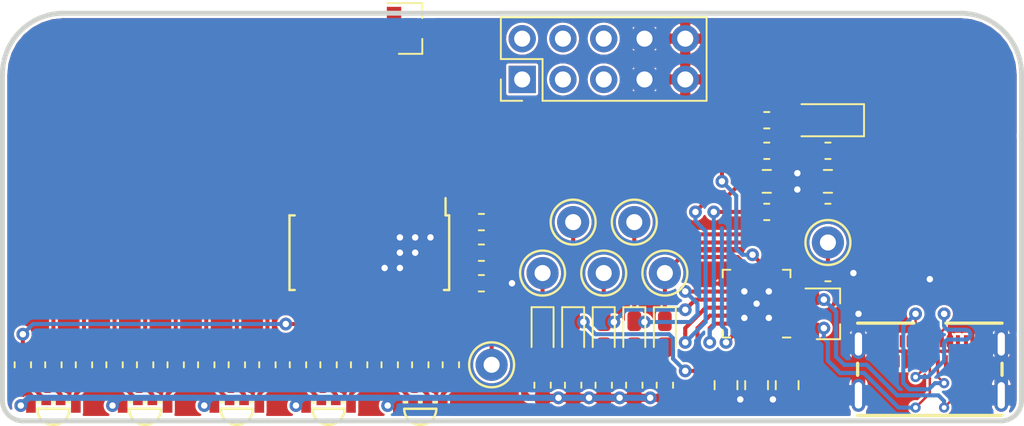
<source format=kicad_pcb>
(kicad_pcb (version 20171130) (host pcbnew "(5.1.2-1)-1")
  (layers (0 F.Cu signal) (31 B.Cu signal) (34 B.Paste user) (35 F.Paste user) (36 B.SilkS user) (37 F.SilkS user) (38 B.Mask user) (39 F.Mask user) (44 Edge.Cuts user))
  (net 0 "")
  (net 1 "Net-(C1-Pad2)")
  (net 2 GND)
  (net 3 "Net-(C3-Pad2)")
  (net 4 "Net-(C4-Pad2)")
  (net 5 +3V3)
  (net 6 /D-)
  (net 7 /D+)
  (net 8 "Net-(D3-Pad2)")
  (net 9 /PDO3)
  (net 10 "Net-(D4-Pad2)")
  (net 11 /PDO2)
  (net 12 "Net-(D5-Pad2)")
  (net 13 /A_B)
  (net 14 "Net-(D6-Pad2)")
  (net 15 /ATTACH)
  (net 16 "Net-(D7-Pad2)")
  (net 17 /GPIO)
  (net 18 "Net-(D8-Pad2)")
  (net 19 "Net-(D9-PadR)")
  (net 20 "Net-(D9-PadB)")
  (net 21 "Net-(D9-PadG)")
  (net 22 "Net-(D10-PadR)")
  (net 23 "Net-(D10-PadB)")
  (net 24 "Net-(D10-PadG)")
  (net 25 "Net-(D11-PadR)")
  (net 26 "Net-(D11-PadB)")
  (net 27 "Net-(D11-PadG)")
  (net 28 "Net-(D12-PadR)")
  (net 29 "Net-(D12-PadB)")
  (net 30 "Net-(D12-PadG)")
  (net 31 "Net-(D13-PadR)")
  (net 32 "Net-(D13-PadB)")
  (net 33 "Net-(D13-PadG)")
  (net 34 /SCL)
  (net 35 /SDA)
  (net 36 /ALERT)
  (net 37 "Net-(R2-Pad1)")
  (net 38 "Net-(R9-Pad1)")
  (net 39 "Net-(R11-Pad2)")
  (net 40 "Net-(R14-Pad2)")
  (net 41 "Net-(R15-Pad2)")
  (net 42 "Net-(R16-Pad2)")
  (net 43 "Net-(R17-Pad2)")
  (net 44 "Net-(R18-Pad2)")
  (net 45 "Net-(R19-Pad2)")
  (net 46 "Net-(R20-Pad2)")
  (net 47 "Net-(R21-Pad2)")
  (net 48 "Net-(R22-Pad2)")
  (net 49 "Net-(R23-Pad2)")
  (net 50 "Net-(R24-Pad2)")
  (net 51 "Net-(R25-Pad2)")
  (net 52 "Net-(R26-Pad2)")
  (net 53 "Net-(R27-Pad2)")
  (net 54 "Net-(R28-Pad2)")
  (net 55 /CH_15)
  (net 56 /RESET)
  (net 57 /CC1)
  (net 58 /CC2)
  (net 59 /VBUS_IN)
  (net 60 "Net-(J1-PadA8)")
  (net 61 "Net-(J1-PadB8)")
  (net 62 /VBUS_OUT)
  (net 63 "Net-(U1-Pad3)")
  (module Custom-DiscreteSemi:LED_RGB_Wurth_1204_Right (layer F.Cu) (at 175.895 124.46)
    (fp_text reference D12 hide)
    (fp_text value Wurth_155124M173200 hide)
    (pad A smd rect (at -1.4 0) (size 0.6 0.9) (layers F.Cu F.Paste F.Mask) (net 5 +3V3))
    (pad R smd rect (at 1.4 0) (size 0.6 0.9) (layers F.Cu F.Paste F.Mask) (net 28 "Net-(D12-PadR)"))
    (pad B smd rect (at -0.45 -0.325) (size 0.6 0.6) (layers F.Cu F.Paste F.Mask) (net 29 "Net-(D12-PadB)"))
    (pad G smd rect (at 0.45 -0.325) (size 0.6 0.6) (layers F.Cu F.Paste F.Mask) (net 30 "Net-(D12-PadG)"))
  )
  (module TestPoint:TestPoint_Keystone_5000-5004_Miniature (layer F.Cu) (at 207.01 114.3 270)
    (fp_text reference TP6 hide)
    (fp_text value TestPoint_Probe hide)
    (pad 1 thru_hole circle (at 0 0 270) (size 2 2) (drill 1) (layers *.Cu *.Mask) (net 56 /RESET))
  )
  (module Package_SO:TSSOP-28_4.4x9.7mm_P0.65mm (layer F.Cu) (at 178.435 114.935 270)
    (fp_text reference U2 hide)
    (fp_text value PCA9685PW hide)
    (pad 28 smd rect (at 2.85 -4.225 270) (size 1.1 0.4) (layers F.Cu F.Paste F.Mask) (net 5 +3V3))
    (pad 27 smd rect (at 2.85 -3.575 270) (size 1.1 0.4) (layers F.Cu F.Paste F.Mask) (net 35 /SDA))
    (pad 26 smd rect (at 2.85 -2.925 270) (size 1.1 0.4) (layers F.Cu F.Paste F.Mask) (net 34 /SCL))
    (pad 25 smd rect (at 2.85 -2.275 270) (size 1.1 0.4) (layers F.Cu F.Paste F.Mask) (net 2 GND))
    (pad 24 smd rect (at 2.85 -1.625 270) (size 1.1 0.4) (layers F.Cu F.Paste F.Mask) (net 2 GND))
    (pad 23 smd rect (at 2.85 -0.975 270) (size 1.1 0.4) (layers F.Cu F.Paste F.Mask) (net 2 GND))
    (pad 22 smd rect (at 2.85 -0.325 270) (size 1.1 0.4) (layers F.Cu F.Paste F.Mask) (net 55 /CH_15))
    (pad 21 smd rect (at 2.85 0.325 270) (size 1.1 0.4) (layers F.Cu F.Paste F.Mask) (net 54 "Net-(R28-Pad2)"))
    (pad 20 smd rect (at 2.85 0.975 270) (size 1.1 0.4) (layers F.Cu F.Paste F.Mask) (net 53 "Net-(R27-Pad2)"))
    (pad 19 smd rect (at 2.85 1.625 270) (size 1.1 0.4) (layers F.Cu F.Paste F.Mask) (net 52 "Net-(R26-Pad2)"))
    (pad 18 smd rect (at 2.85 2.275 270) (size 1.1 0.4) (layers F.Cu F.Paste F.Mask) (net 51 "Net-(R25-Pad2)"))
    (pad 17 smd rect (at 2.85 2.925 270) (size 1.1 0.4) (layers F.Cu F.Paste F.Mask) (net 50 "Net-(R24-Pad2)"))
    (pad 16 smd rect (at 2.85 3.575 270) (size 1.1 0.4) (layers F.Cu F.Paste F.Mask) (net 49 "Net-(R23-Pad2)"))
    (pad 15 smd rect (at 2.85 4.225 270) (size 1.1 0.4) (layers F.Cu F.Paste F.Mask) (net 48 "Net-(R22-Pad2)"))
    (pad 14 smd rect (at -2.85 4.225 270) (size 1.1 0.4) (layers F.Cu F.Paste F.Mask) (net 2 GND))
    (pad 13 smd rect (at -2.85 3.575 270) (size 1.1 0.4) (layers F.Cu F.Paste F.Mask) (net 47 "Net-(R21-Pad2)"))
    (pad 12 smd rect (at -2.85 2.925 270) (size 1.1 0.4) (layers F.Cu F.Paste F.Mask) (net 46 "Net-(R20-Pad2)"))
    (pad 11 smd rect (at -2.85 2.275 270) (size 1.1 0.4) (layers F.Cu F.Paste F.Mask) (net 45 "Net-(R19-Pad2)"))
    (pad 10 smd rect (at -2.85 1.625 270) (size 1.1 0.4) (layers F.Cu F.Paste F.Mask) (net 44 "Net-(R18-Pad2)"))
    (pad 9 smd rect (at -2.85 0.975 270) (size 1.1 0.4) (layers F.Cu F.Paste F.Mask) (net 43 "Net-(R17-Pad2)"))
    (pad 8 smd rect (at -2.85 0.325 270) (size 1.1 0.4) (layers F.Cu F.Paste F.Mask) (net 42 "Net-(R16-Pad2)"))
    (pad 7 smd rect (at -2.85 -0.325 270) (size 1.1 0.4) (layers F.Cu F.Paste F.Mask) (net 41 "Net-(R15-Pad2)"))
    (pad 6 smd rect (at -2.85 -0.975 270) (size 1.1 0.4) (layers F.Cu F.Paste F.Mask) (net 40 "Net-(R14-Pad2)"))
    (pad 5 smd rect (at -2.85 -1.625 270) (size 1.1 0.4) (layers F.Cu F.Paste F.Mask) (net 2 GND))
    (pad 4 smd rect (at -2.85 -2.275 270) (size 1.1 0.4) (layers F.Cu F.Paste F.Mask) (net 2 GND))
    (pad 3 smd rect (at -2.85 -2.925 270) (size 1.1 0.4) (layers F.Cu F.Paste F.Mask) (net 2 GND))
    (pad 2 smd rect (at -2.85 -3.575 270) (size 1.1 0.4) (layers F.Cu F.Paste F.Mask) (net 2 GND))
    (pad 1 smd rect (at -2.85 -4.225 270) (size 1.1 0.4) (layers F.Cu F.Paste F.Mask) (net 2 GND))
  )
  (module Package_DFN_QFN:QFN-24-1EP_4x4mm_P0.5mm_EP2.7x2.7mm (layer F.Cu) (at 202.565 118.11 180)
    (fp_text reference U1 hide)
    (fp_text value STUSB4500 hide)
    (pad 24 smd roundrect (at -1.25 -1.9625 180) (size 0.25 0.825) (layers F.Cu F.Paste F.Mask) (net 59 /VBUS_IN))
    (pad 23 smd roundrect (at -0.75 -1.9625 180) (size 0.25 0.825) (layers F.Cu F.Paste F.Mask) (net 1 "Net-(C1-Pad2)"))
    (pad 22 smd roundrect (at -0.25 -1.9625 180) (size 0.25 0.825) (layers F.Cu F.Paste F.Mask) (net 5 +3V3))
    (pad 21 smd roundrect (at 0.25 -1.9625 180) (size 0.25 0.825) (layers F.Cu F.Paste F.Mask) (net 3 "Net-(C3-Pad2)"))
    (pad 20 smd roundrect (at 0.75 -1.9625 180) (size 0.25 0.825) (layers F.Cu F.Paste F.Mask) (net 11 /PDO2))
    (pad 19 smd roundrect (at 1.25 -1.9625 180) (size 0.25 0.825) (layers F.Cu F.Paste F.Mask) (net 36 /ALERT))
    (pad 18 smd roundrect (at 1.9625 -1.25 180) (size 0.825 0.25) (layers F.Cu F.Paste F.Mask) (net 37 "Net-(R2-Pad1)"))
    (pad 17 smd roundrect (at 1.9625 -0.75 180) (size 0.825 0.25) (layers F.Cu F.Paste F.Mask) (net 13 /A_B))
    (pad 16 smd roundrect (at 1.9625 -0.25 180) (size 0.825 0.25) (layers F.Cu F.Paste F.Mask) (net 38 "Net-(R9-Pad1)"))
    (pad 15 smd roundrect (at 1.9625 0.25 180) (size 0.825 0.25) (layers F.Cu F.Paste F.Mask) (net 17 /GPIO))
    (pad 14 smd roundrect (at 1.9625 0.75 180) (size 0.825 0.25) (layers F.Cu F.Paste F.Mask) (net 9 /PDO3))
    (pad 13 smd roundrect (at 1.9625 1.25 180) (size 0.825 0.25) (layers F.Cu F.Paste F.Mask) (net 2 GND))
    (pad 12 smd roundrect (at 1.25 1.9625 180) (size 0.25 0.825) (layers F.Cu F.Paste F.Mask) (net 2 GND))
    (pad 11 smd roundrect (at 0.75 1.9625 180) (size 0.25 0.825) (layers F.Cu F.Paste F.Mask) (net 15 /ATTACH))
    (pad 10 smd roundrect (at 0.25 1.9625 180) (size 0.25 0.825) (layers F.Cu F.Paste F.Mask) (net 2 GND))
    (pad 9 smd roundrect (at -0.25 1.9625 180) (size 0.25 0.825) (layers F.Cu F.Paste F.Mask) (net 39 "Net-(R11-Pad2)"))
    (pad 8 smd roundrect (at -0.75 1.9625 180) (size 0.25 0.825) (layers F.Cu F.Paste F.Mask) (net 35 /SDA))
    (pad 7 smd roundrect (at -1.25 1.9625 180) (size 0.25 0.825) (layers F.Cu F.Paste F.Mask) (net 34 /SCL))
    (pad 6 smd roundrect (at -1.9625 1.25 180) (size 0.825 0.25) (layers F.Cu F.Paste F.Mask) (net 56 /RESET))
    (pad 5 smd roundrect (at -1.9625 0.75 180) (size 0.825 0.25) (layers F.Cu F.Paste F.Mask) (net 58 /CC2))
    (pad 4 smd roundrect (at -1.9625 0.25 180) (size 0.825 0.25) (layers F.Cu F.Paste F.Mask) (net 58 /CC2))
    (pad 3 smd roundrect (at -1.9625 -0.25 180) (size 0.825 0.25) (layers F.Cu F.Paste F.Mask) (net 63 "Net-(U1-Pad3)"))
    (pad 2 smd roundrect (at -1.9625 -0.75 180) (size 0.825 0.25) (layers F.Cu F.Paste F.Mask) (net 57 /CC1))
    (pad 1 smd roundrect (at -1.9625 -1.25 180) (size 0.825 0.25) (layers F.Cu F.Paste F.Mask) (net 57 /CC1))
    (pad 25 smd roundrect (at 0 0 180) (size 2.7 2.7) (layers F.Cu F.Mask) (roundrect_rratio 0.09259299999999999) (net 2 GND))
  )
  (module TestPoint:TestPoint_Keystone_5000-5004_Miniature (layer F.Cu) (at 186.055 121.92)
    (fp_text reference TP7 hide)
    (fp_text value TestPoint_Probe hide)
    (pad 1 thru_hole circle (at 0 0) (size 2 2) (drill 1) (layers *.Cu *.Mask) (net 55 /CH_15))
  )
  (module TestPoint:TestPoint_Keystone_5000-5004_Miniature (layer F.Cu) (at 196.85 116.205 270)
    (fp_text reference TP5 hide)
    (fp_text value TestPoint_Probe hide)
    (pad 1 thru_hole circle (at 0 0 270) (size 2 2) (drill 1) (layers *.Cu *.Mask) (net 15 /ATTACH))
  )
  (module TestPoint:TestPoint_Keystone_5000-5004_Miniature (layer F.Cu) (at 191.135 113.03 270)
    (fp_text reference TP4 hide)
    (fp_text value TestPoint_Probe hide)
    (pad 1 thru_hole circle (at 0 0 270) (size 2 2) (drill 1) (layers *.Cu *.Mask) (net 13 /A_B))
  )
  (module TestPoint:TestPoint_Keystone_5000-5004_Miniature (layer F.Cu) (at 193.04 116.205 270)
    (fp_text reference TP3 hide)
    (fp_text value TestPoint_Probe hide)
    (pad 1 thru_hole circle (at 0 0 270) (size 2 2) (drill 1) (layers *.Cu *.Mask) (net 17 /GPIO))
  )
  (module TestPoint:TestPoint_Keystone_5000-5004_Miniature (layer F.Cu) (at 189.23 116.205 270)
    (fp_text reference TP2 hide)
    (fp_text value TestPoint_Probe hide)
    (pad 1 thru_hole circle (at 0 0 270) (size 2 2) (drill 1) (layers *.Cu *.Mask) (net 11 /PDO2))
  )
  (module TestPoint:TestPoint_Keystone_5000-5004_Miniature (layer F.Cu) (at 194.945 113.03 270)
    (fp_text reference TP1 hide)
    (fp_text value TestPoint_Probe hide)
    (pad 1 thru_hole circle (at 0 0 270) (size 2 2) (drill 1) (layers *.Cu *.Mask) (net 9 /PDO3))
  )
  (module Resistor_SMD:R_0603_1608Metric (layer F.Cu) (at 183.515 121.92 90)
    (fp_text reference R28 hide)
    (fp_text value 75R hide)
    (pad 2 smd roundrect (at 0.7875 0 90) (size 0.875 0.95) (layers F.Cu F.Paste F.Mask) (net 54 "Net-(R28-Pad2)"))
    (pad 1 smd roundrect (at -0.7875 0 90) (size 0.875 0.95) (layers F.Cu F.Paste F.Mask) (net 31 "Net-(D13-PadR)"))
  )
  (module Resistor_SMD:R_0603_1608Metric (layer F.Cu) (at 181.61 121.92 90)
    (fp_text reference R27 hide)
    (fp_text value 75R hide)
    (pad 2 smd roundrect (at 0.7875 0 90) (size 0.875 0.95) (layers F.Cu F.Paste F.Mask) (net 53 "Net-(R27-Pad2)"))
    (pad 1 smd roundrect (at -0.7875 0 90) (size 0.875 0.95) (layers F.Cu F.Paste F.Mask) (net 33 "Net-(D13-PadG)"))
  )
  (module Resistor_SMD:R_0603_1608Metric (layer F.Cu) (at 179.705 121.92 90)
    (fp_text reference R26 hide)
    (fp_text value 75R hide)
    (pad 2 smd roundrect (at 0.7875 0 90) (size 0.875 0.95) (layers F.Cu F.Paste F.Mask) (net 52 "Net-(R26-Pad2)"))
    (pad 1 smd roundrect (at -0.7875 0 90) (size 0.875 0.95) (layers F.Cu F.Paste F.Mask) (net 32 "Net-(D13-PadB)"))
  )
  (module Resistor_SMD:R_0603_1608Metric (layer F.Cu) (at 177.8 121.92 90)
    (fp_text reference R25 hide)
    (fp_text value 75R hide)
    (pad 2 smd roundrect (at 0.7875 0 90) (size 0.875 0.95) (layers F.Cu F.Paste F.Mask) (net 51 "Net-(R25-Pad2)"))
    (pad 1 smd roundrect (at -0.7875 0 90) (size 0.875 0.95) (layers F.Cu F.Paste F.Mask) (net 28 "Net-(D12-PadR)"))
  )
  (module Resistor_SMD:R_0603_1608Metric (layer F.Cu) (at 175.895 121.92 90)
    (fp_text reference R24 hide)
    (fp_text value 75R hide)
    (pad 2 smd roundrect (at 0.7875 0 90) (size 0.875 0.95) (layers F.Cu F.Paste F.Mask) (net 50 "Net-(R24-Pad2)"))
    (pad 1 smd roundrect (at -0.7875 0 90) (size 0.875 0.95) (layers F.Cu F.Paste F.Mask) (net 30 "Net-(D12-PadG)"))
  )
  (module Resistor_SMD:R_0603_1608Metric (layer F.Cu) (at 173.99 121.92 90)
    (fp_text reference R23 hide)
    (fp_text value 75R hide)
    (pad 2 smd roundrect (at 0.7875 0 90) (size 0.875 0.95) (layers F.Cu F.Paste F.Mask) (net 49 "Net-(R23-Pad2)"))
    (pad 1 smd roundrect (at -0.7875 0 90) (size 0.875 0.95) (layers F.Cu F.Paste F.Mask) (net 29 "Net-(D12-PadB)"))
  )
  (module Resistor_SMD:R_0603_1608Metric (layer F.Cu) (at 156.845 121.92 90)
    (fp_text reference R22 hide)
    (fp_text value 75R hide)
    (pad 2 smd roundrect (at 0.7875 0 90) (size 0.875 0.95) (layers F.Cu F.Paste F.Mask) (net 48 "Net-(R22-Pad2)"))
    (pad 1 smd roundrect (at -0.7875 0 90) (size 0.875 0.95) (layers F.Cu F.Paste F.Mask) (net 26 "Net-(D11-PadB)"))
  )
  (module Resistor_SMD:R_0603_1608Metric (layer F.Cu) (at 158.75 121.92 90)
    (fp_text reference R21 hide)
    (fp_text value 75R hide)
    (pad 2 smd roundrect (at 0.7875 0 90) (size 0.875 0.95) (layers F.Cu F.Paste F.Mask) (net 47 "Net-(R21-Pad2)"))
    (pad 1 smd roundrect (at -0.7875 0 90) (size 0.875 0.95) (layers F.Cu F.Paste F.Mask) (net 27 "Net-(D11-PadG)"))
  )
  (module Resistor_SMD:R_0603_1608Metric (layer F.Cu) (at 160.655 121.92 90)
    (fp_text reference R20 hide)
    (fp_text value 75R hide)
    (pad 2 smd roundrect (at 0.7875 0 90) (size 0.875 0.95) (layers F.Cu F.Paste F.Mask) (net 46 "Net-(R20-Pad2)"))
    (pad 1 smd roundrect (at -0.7875 0 90) (size 0.875 0.95) (layers F.Cu F.Paste F.Mask) (net 25 "Net-(D11-PadR)"))
  )
  (module Resistor_SMD:R_0603_1608Metric (layer F.Cu) (at 162.56 121.92 90)
    (fp_text reference R19 hide)
    (fp_text value 75R hide)
    (pad 2 smd roundrect (at 0.7875 0 90) (size 0.875 0.95) (layers F.Cu F.Paste F.Mask) (net 45 "Net-(R19-Pad2)"))
    (pad 1 smd roundrect (at -0.7875 0 90) (size 0.875 0.95) (layers F.Cu F.Paste F.Mask) (net 23 "Net-(D10-PadB)"))
  )
  (module Resistor_SMD:R_0603_1608Metric (layer F.Cu) (at 164.465 121.92 90)
    (fp_text reference R18 hide)
    (fp_text value 75R hide)
    (pad 2 smd roundrect (at 0.7875 0 90) (size 0.875 0.95) (layers F.Cu F.Paste F.Mask) (net 44 "Net-(R18-Pad2)"))
    (pad 1 smd roundrect (at -0.7875 0 90) (size 0.875 0.95) (layers F.Cu F.Paste F.Mask) (net 24 "Net-(D10-PadG)"))
  )
  (module Resistor_SMD:R_0603_1608Metric (layer F.Cu) (at 166.37 121.92 90)
    (fp_text reference R17 hide)
    (fp_text value 75R hide)
    (pad 2 smd roundrect (at 0.7875 0 90) (size 0.875 0.95) (layers F.Cu F.Paste F.Mask) (net 43 "Net-(R17-Pad2)"))
    (pad 1 smd roundrect (at -0.7875 0 90) (size 0.875 0.95) (layers F.Cu F.Paste F.Mask) (net 22 "Net-(D10-PadR)"))
  )
  (module Resistor_SMD:R_0603_1608Metric (layer F.Cu) (at 168.275 121.92 90)
    (fp_text reference R16 hide)
    (fp_text value 75R hide)
    (pad 2 smd roundrect (at 0.7875 0 90) (size 0.875 0.95) (layers F.Cu F.Paste F.Mask) (net 42 "Net-(R16-Pad2)"))
    (pad 1 smd roundrect (at -0.7875 0 90) (size 0.875 0.95) (layers F.Cu F.Paste F.Mask) (net 20 "Net-(D9-PadB)"))
  )
  (module Resistor_SMD:R_0603_1608Metric (layer F.Cu) (at 170.18 121.92 90)
    (fp_text reference R15 hide)
    (fp_text value 75R hide)
    (pad 2 smd roundrect (at 0.7875 0 90) (size 0.875 0.95) (layers F.Cu F.Paste F.Mask) (net 41 "Net-(R15-Pad2)"))
    (pad 1 smd roundrect (at -0.7875 0 90) (size 0.875 0.95) (layers F.Cu F.Paste F.Mask) (net 21 "Net-(D9-PadG)"))
  )
  (module Resistor_SMD:R_0603_1608Metric (layer F.Cu) (at 172.085 121.92 90)
    (fp_text reference R14 hide)
    (fp_text value 75R hide)
    (pad 2 smd roundrect (at 0.7875 0 90) (size 0.875 0.95) (layers F.Cu F.Paste F.Mask) (net 40 "Net-(R14-Pad2)"))
    (pad 1 smd roundrect (at -0.7875 0 90) (size 0.875 0.95) (layers F.Cu F.Paste F.Mask) (net 19 "Net-(D9-PadR)"))
  )
  (module Resistor_SMD:R_0603_1608Metric (layer F.Cu) (at 185.42 114.935 180)
    (fp_text reference R13 hide)
    (fp_text value 1K hide)
    (pad 2 smd roundrect (at 0.7875 0 180) (size 0.875 0.95) (layers F.Cu F.Paste F.Mask) (net 35 /SDA))
    (pad 1 smd roundrect (at -0.7875 0 180) (size 0.875 0.95) (layers F.Cu F.Paste F.Mask) (net 5 +3V3))
  )
  (module Resistor_SMD:R_0603_1608Metric (layer F.Cu) (at 185.42 113.03)
    (fp_text reference R12 hide)
    (fp_text value 1K hide)
    (pad 2 smd roundrect (at 0.7875 0) (size 0.875 0.95) (layers F.Cu F.Paste F.Mask) (net 5 +3V3))
    (pad 1 smd roundrect (at -0.7875 0) (size 0.875 0.95) (layers F.Cu F.Paste F.Mask) (net 34 /SCL))
  )
  (module Resistor_SMD:R_0603_1608Metric (layer F.Cu) (at 203.2 106.68 180)
    (fp_text reference R11 hide)
    (fp_text value 1K hide)
    (pad 2 smd roundrect (at 0.7875 0 180) (size 0.875 0.95) (layers F.Cu F.Paste F.Mask) (net 39 "Net-(R11-Pad2)"))
    (pad 1 smd roundrect (at -0.7875 0 180) (size 0.875 0.95) (layers F.Cu F.Paste F.Mask) (net 62 /VBUS_OUT))
  )
  (module Resistor_SMD:R_0603_1608Metric (layer F.Cu) (at 207.01 116.205)
    (fp_text reference R10 hide)
    (fp_text value 240K hide)
    (pad 2 smd roundrect (at 0.7875 0) (size 0.875 0.95) (layers F.Cu F.Paste F.Mask) (net 2 GND))
    (pad 1 smd roundrect (at -0.7875 0) (size 0.875 0.95) (layers F.Cu F.Paste F.Mask) (net 56 /RESET))
  )
  (module Resistor_SMD:R_0603_1608Metric (layer F.Cu) (at 203.2 108.585)
    (fp_text reference R9 hide)
    (fp_text value 10K hide)
    (pad 2 smd roundrect (at 0.7875 0) (size 0.875 0.95) (layers F.Cu F.Paste F.Mask) (net 18 "Net-(D8-Pad2)"))
    (pad 1 smd roundrect (at -0.7875 0) (size 0.875 0.95) (layers F.Cu F.Paste F.Mask) (net 38 "Net-(R9-Pad1)"))
  )
  (module Resistor_SMD:R_0603_1608Metric (layer F.Cu) (at 193.04 123.19 90)
    (fp_text reference R8 hide)
    (fp_text value 390R hide)
    (pad 2 smd roundrect (at 0.7875 0 90) (size 0.875 0.95) (layers F.Cu F.Paste F.Mask) (net 16 "Net-(D7-Pad2)"))
    (pad 1 smd roundrect (at -0.7875 0 90) (size 0.875 0.95) (layers F.Cu F.Paste F.Mask) (net 5 +3V3))
  )
  (module Resistor_SMD:R_0603_1608Metric (layer F.Cu) (at 196.85 123.19 90)
    (fp_text reference R7 hide)
    (fp_text value 390R hide)
    (pad 2 smd roundrect (at 0.7875 0 90) (size 0.875 0.95) (layers F.Cu F.Paste F.Mask) (net 14 "Net-(D6-Pad2)"))
    (pad 1 smd roundrect (at -0.7875 0 90) (size 0.875 0.95) (layers F.Cu F.Paste F.Mask) (net 5 +3V3))
  )
  (module Resistor_SMD:R_0603_1608Metric (layer F.Cu) (at 191.135 123.19 90)
    (fp_text reference R6 hide)
    (fp_text value 390R hide)
    (pad 2 smd roundrect (at 0.7875 0 90) (size 0.875 0.95) (layers F.Cu F.Paste F.Mask) (net 12 "Net-(D5-Pad2)"))
    (pad 1 smd roundrect (at -0.7875 0 90) (size 0.875 0.95) (layers F.Cu F.Paste F.Mask) (net 5 +3V3))
  )
  (module Resistor_SMD:R_0603_1608Metric (layer F.Cu) (at 189.23 123.19 90)
    (fp_text reference R5 hide)
    (fp_text value 390R hide)
    (pad 2 smd roundrect (at 0.7875 0 90) (size 0.875 0.95) (layers F.Cu F.Paste F.Mask) (net 10 "Net-(D4-Pad2)"))
    (pad 1 smd roundrect (at -0.7875 0 90) (size 0.875 0.95) (layers F.Cu F.Paste F.Mask) (net 5 +3V3))
  )
  (module Resistor_SMD:R_0603_1608Metric (layer F.Cu) (at 194.945 123.19 90)
    (fp_text reference R4 hide)
    (fp_text value 390R hide)
    (pad 2 smd roundrect (at 0.7875 0 90) (size 0.875 0.95) (layers F.Cu F.Paste F.Mask) (net 8 "Net-(D3-Pad2)"))
    (pad 1 smd roundrect (at -0.7875 0 90) (size 0.875 0.95) (layers F.Cu F.Paste F.Mask) (net 5 +3V3))
  )
  (module Resistor_SMD:R_0603_1608Metric (layer F.Cu) (at 207.01 108.585 180)
    (fp_text reference R3 hide)
    (fp_text value 240K hide)
    (pad 2 smd roundrect (at 0.7875 0 180) (size 0.875 0.95) (layers F.Cu F.Paste F.Mask) (net 18 "Net-(D8-Pad2)"))
    (pad 1 smd roundrect (at -0.7875 0 180) (size 0.875 0.95) (layers F.Cu F.Paste F.Mask) (net 59 /VBUS_IN))
  )
  (module Resistor_SMD:R_0603_1608Metric (layer F.Cu) (at 203.2 112.395)
    (fp_text reference R2 hide)
    (fp_text value 1K hide)
    (pad 2 smd roundrect (at 0.7875 0) (size 0.875 0.95) (layers F.Cu F.Paste F.Mask) (net 4 "Net-(C4-Pad2)"))
    (pad 1 smd roundrect (at -0.7875 0) (size 0.875 0.95) (layers F.Cu F.Paste F.Mask) (net 37 "Net-(R2-Pad1)"))
  )
  (module Resistor_SMD:R_0603_1608Metric (layer F.Cu) (at 207.01 112.395)
    (fp_text reference R1 hide)
    (fp_text value 100R hide)
    (pad 2 smd roundrect (at 0.7875 0) (size 0.875 0.95) (layers F.Cu F.Paste F.Mask) (net 59 /VBUS_IN))
    (pad 1 smd roundrect (at -0.7875 0) (size 0.875 0.95) (layers F.Cu F.Paste F.Mask) (net 4 "Net-(C4-Pad2)"))
  )
  (module Custom-DiscreteSemi:Vishay_PowerPAK_SO-8 (layer F.Cu) (at 212.725 109.22 180)
    (fp_text reference Q1 hide)
    (fp_text value SQJ479EP hide)
    (pad 2 smd roundrect (at 0 -2.87 180) (size 5 0.51) (layers F.Cu F.Paste F.Mask) (net 59 /VBUS_IN))
    (pad 2 smd rect (at -2.328 0 180) (size 0.595 0.61) (layers F.Cu F.Paste F.Mask) (net 59 /VBUS_IN))
    (pad 2 smd rect (at 2.328 0 180) (size 0.595 0.61) (layers F.Cu F.Paste F.Mask) (net 59 /VBUS_IN))
    (pad 2 smd rect (at 0 -0.8 180) (size 4.061 3.63) (layers F.Cu F.Paste F.Mask) (net 59 /VBUS_IN))
    (pad 3 smd roundrect (at 1.905 2.715 180) (size 0.5 1) (layers F.Cu F.Paste F.Mask) (roundrect_rratio 0.125) (net 18 "Net-(D8-Pad2)"))
    (pad 1 smd roundrect (at 0.635 2.715 180) (size 0.5 1) (layers F.Cu F.Paste F.Mask) (roundrect_rratio 0.125) (net 62 /VBUS_OUT))
    (pad 1 smd roundrect (at -0.635 2.715 180) (size 0.5 1) (layers F.Cu F.Paste F.Mask) (roundrect_rratio 0.125) (net 62 /VBUS_OUT))
    (pad 1 smd roundrect (at -1.905 2.715 180) (size 0.5 1) (layers F.Cu F.Paste F.Mask) (roundrect_rratio 0.125) (net 62 /VBUS_OUT))
  )
  (module Connector_PinHeader_2.54mm:PinHeader_2x05_P2.54mm_Vertical (layer F.Cu) (at 187.96 104.14 90)
    (fp_text reference J2 hide)
    (fp_text value Conn_02x05_Odd_Even hide)
    (pad 10 thru_hole oval (at 2.54 10.16 90) (size 1.7 1.7) (drill 1) (layers *.Cu *.Mask) (net 62 /VBUS_OUT))
    (pad 9 thru_hole oval (at 0 10.16 90) (size 1.7 1.7) (drill 1) (layers *.Cu *.Mask) (net 62 /VBUS_OUT))
    (pad 8 thru_hole oval (at 2.54 7.62 90) (size 1.7 1.7) (drill 1) (layers *.Cu *.Mask) (net 2 GND))
    (pad 7 thru_hole oval (at 0 7.62 90) (size 1.7 1.7) (drill 1) (layers *.Cu *.Mask) (net 2 GND))
    (pad 6 thru_hole oval (at 2.54 5.08 90) (size 1.7 1.7) (drill 1) (layers *.Cu *.Mask) (net 34 /SCL))
    (pad 5 thru_hole oval (at 0 5.08 90) (size 1.7 1.7) (drill 1) (layers *.Cu *.Mask) (net 7 /D+))
    (pad 4 thru_hole oval (at 2.54 2.54 90) (size 1.7 1.7) (drill 1) (layers *.Cu *.Mask) (net 35 /SDA))
    (pad 3 thru_hole oval (at 0 2.54 90) (size 1.7 1.7) (drill 1) (layers *.Cu *.Mask) (net 6 /D-))
    (pad 2 thru_hole oval (at 2.54 0 90) (size 1.7 1.7) (drill 1) (layers *.Cu *.Mask) (net 36 /ALERT))
    (pad 1 thru_hole rect (at 0 0 90) (size 1.7 1.7) (drill 1) (layers *.Cu *.Mask) (net 5 +3V3))
  )
  (module Custom-Electromechanical:USB_C_Receptacle_TE_2305018-2 (layer F.Cu) (at 213.36 123.825)
    (fp_text reference J1 hide)
    (fp_text value USB_C_Receptacle_USB2.0 hide)
    (pad S1 thru_hole oval (at -4.45 0) (size 0.85 2.05) (drill oval 0.45 1.65) (layers *.Cu *.Mask) (net 2 GND))
    (pad S1 thru_hole oval (at 4.45 0) (size 0.85 2.05) (drill oval 0.45 1.65) (layers *.Cu *.Mask) (net 2 GND))
    (pad S1 thru_hole oval (at -4.45 -3.2) (size 0.85 1.85) (drill oval 0.45 1.45) (layers *.Cu *.Mask) (net 2 GND))
    (pad S1 thru_hole oval (at 4.45 -3.2) (size 0.85 1.85) (drill oval 0.45 1.45) (layers *.Cu *.Mask) (net 2 GND))
    (pad S1 smd rect (at 0 -4.38) (size 1.2 0.35) (layers F.Cu F.Paste F.Mask) (net 2 GND))
    (pad S1 smd rect (at -3.55 -3.375) (size 0.3 0.75) (layers F.Cu F.Paste F.Mask) (net 2 GND))
    (pad A1 smd rect (at -3.05 -3.375) (size 0.25 0.75) (layers F.Cu F.Paste F.Mask) (net 2 GND))
    (pad A2 smd rect (at -2.25 -3.375) (size 0.25 0.75) (layers F.Cu F.Paste F.Mask))
    (pad A3 smd rect (at -1.75 -3.375) (size 0.25 0.75) (layers F.Cu F.Paste F.Mask))
    (pad A4 smd rect (at -1.25 -3.375) (size 0.25 0.75) (layers F.Cu F.Paste F.Mask) (net 59 /VBUS_IN))
    (pad A5 smd rect (at -0.75 -3.375) (size 0.25 0.75) (layers F.Cu F.Paste F.Mask) (net 57 /CC1))
    (pad A6 smd rect (at -0.25 -3.375) (size 0.25 0.75) (layers F.Cu F.Paste F.Mask) (net 7 /D+))
    (pad A7 smd rect (at 0.25 -3.375) (size 0.25 0.75) (layers F.Cu F.Paste F.Mask) (net 6 /D-))
    (pad A8 smd rect (at 0.75 -3.375) (size 0.25 0.75) (layers F.Cu F.Paste F.Mask) (net 60 "Net-(J1-PadA8)"))
    (pad A9 smd rect (at 1.25 -3.375) (size 0.25 0.75) (layers F.Cu F.Paste F.Mask) (net 59 /VBUS_IN))
    (pad A10 smd rect (at 1.75 -3.375) (size 0.25 0.75) (layers F.Cu F.Paste F.Mask))
    (pad A11 smd rect (at 2.25 -3.375) (size 0.25 0.75) (layers F.Cu F.Paste F.Mask))
    (pad A12 smd rect (at 3.05 -3.375) (size 0.25 0.75) (layers F.Cu F.Paste F.Mask) (net 2 GND))
    (pad S1 smd rect (at 3.55 -3.375) (size 0.3 0.75) (layers F.Cu F.Paste F.Mask) (net 2 GND))
    (pad B1 smd rect (at 3 -2.125) (size 0.25 0.75) (layers F.Cu F.Paste F.Mask) (net 2 GND))
    (pad B2 smd rect (at 2.5 -2.125) (size 0.25 0.75) (layers F.Cu F.Paste F.Mask))
    (pad B3 smd rect (at 2 -2.125) (size 0.25 0.75) (layers F.Cu F.Paste F.Mask))
    (pad B4 smd rect (at 1.5 -2.125) (size 0.25 0.75) (layers F.Cu F.Paste F.Mask) (net 59 /VBUS_IN))
    (pad B5 smd rect (at 1 -2.125) (size 0.25 0.75) (layers F.Cu F.Paste F.Mask) (net 58 /CC2))
    (pad B6 smd rect (at 0.5 -2.125) (size 0.25 0.75) (layers F.Cu F.Paste F.Mask) (net 7 /D+))
    (pad B7 smd rect (at -0.5 -2.125) (size 0.25 0.75) (layers F.Cu F.Paste F.Mask) (net 6 /D-))
    (pad B8 smd rect (at -1 -2.125) (size 0.25 0.75) (layers F.Cu F.Paste F.Mask) (net 61 "Net-(J1-PadB8)"))
    (pad B9 smd rect (at -1.5 -2.125) (size 0.25 0.75) (layers F.Cu F.Paste F.Mask) (net 59 /VBUS_IN))
    (pad B10 smd rect (at -2 -2.125) (size 0.25 0.75) (layers F.Cu F.Paste F.Mask))
    (pad B11 smd rect (at -2.5 -2.125) (size 0.25 0.75) (layers F.Cu F.Paste F.Mask))
    (pad B12 smd rect (at -3 -2.125) (size 0.25 0.75) (layers F.Cu F.Paste F.Mask) (net 2 GND))
  )
  (module Custom-DiscreteSemi:LED_RGB_Wurth_1204_Right (layer F.Cu) (at 181.61 124.46)
    (fp_text reference D13 hide)
    (fp_text value Wurth_155124M173200 hide)
    (pad A smd rect (at -1.4 0) (size 0.6 0.9) (layers F.Cu F.Paste F.Mask) (net 5 +3V3))
    (pad R smd rect (at 1.4 0) (size 0.6 0.9) (layers F.Cu F.Paste F.Mask) (net 31 "Net-(D13-PadR)"))
    (pad B smd rect (at -0.45 -0.325) (size 0.6 0.6) (layers F.Cu F.Paste F.Mask) (net 32 "Net-(D13-PadB)"))
    (pad G smd rect (at 0.45 -0.325) (size 0.6 0.6) (layers F.Cu F.Paste F.Mask) (net 33 "Net-(D13-PadG)"))
  )
  (module Custom-DiscreteSemi:LED_RGB_Wurth_1204_Right (layer F.Cu) (at 158.75 124.46)
    (fp_text reference D11 hide)
    (fp_text value Wurth_155124M173200 hide)
    (pad A smd rect (at -1.4 0) (size 0.6 0.9) (layers F.Cu F.Paste F.Mask) (net 5 +3V3))
    (pad R smd rect (at 1.4 0) (size 0.6 0.9) (layers F.Cu F.Paste F.Mask) (net 25 "Net-(D11-PadR)"))
    (pad B smd rect (at -0.45 -0.325) (size 0.6 0.6) (layers F.Cu F.Paste F.Mask) (net 26 "Net-(D11-PadB)"))
    (pad G smd rect (at 0.45 -0.325) (size 0.6 0.6) (layers F.Cu F.Paste F.Mask) (net 27 "Net-(D11-PadG)"))
  )
  (module Custom-DiscreteSemi:LED_RGB_Wurth_1204_Right (layer F.Cu) (at 164.465 124.46)
    (fp_text reference D10 hide)
    (fp_text value Wurth_155124M173200 hide)
    (pad A smd rect (at -1.4 0) (size 0.6 0.9) (layers F.Cu F.Paste F.Mask) (net 5 +3V3))
    (pad R smd rect (at 1.4 0) (size 0.6 0.9) (layers F.Cu F.Paste F.Mask) (net 22 "Net-(D10-PadR)"))
    (pad B smd rect (at -0.45 -0.325) (size 0.6 0.6) (layers F.Cu F.Paste F.Mask) (net 23 "Net-(D10-PadB)"))
    (pad G smd rect (at 0.45 -0.325) (size 0.6 0.6) (layers F.Cu F.Paste F.Mask) (net 24 "Net-(D10-PadG)"))
  )
  (module Custom-DiscreteSemi:LED_RGB_Wurth_1204_Right (layer F.Cu) (at 170.18 124.46)
    (fp_text reference D9 hide)
    (fp_text value Wurth_155124M173200 hide)
    (pad A smd rect (at -1.4 0) (size 0.6 0.9) (layers F.Cu F.Paste F.Mask) (net 5 +3V3))
    (pad R smd rect (at 1.4 0) (size 0.6 0.9) (layers F.Cu F.Paste F.Mask) (net 19 "Net-(D9-PadR)"))
    (pad B smd rect (at -0.45 -0.325) (size 0.6 0.6) (layers F.Cu F.Paste F.Mask) (net 20 "Net-(D9-PadB)"))
    (pad G smd rect (at 0.45 -0.325) (size 0.6 0.6) (layers F.Cu F.Paste F.Mask) (net 21 "Net-(D9-PadG)"))
  )
  (module Diode_SMD:D_SOD-123 (layer F.Cu) (at 207.01 106.68 180)
    (fp_text reference D8 hide)
    (fp_text value PDZ12BGWJ hide)
    (pad 2 smd rect (at 1.65 0 180) (size 0.9 1.2) (layers F.Cu F.Paste F.Mask) (net 18 "Net-(D8-Pad2)"))
    (pad 1 smd rect (at -1.65 0 180) (size 0.9 1.2) (layers F.Cu F.Paste F.Mask) (net 59 /VBUS_IN))
  )
  (module LED_SMD:LED_0603_1608Metric_Castellated (layer F.Cu) (at 193.04 120.015 270)
    (fp_text reference D7 hide)
    (fp_text value RED hide)
    (pad 2 smd roundrect (at 0.8125 0 270) (size 1.225 0.85) (layers F.Cu F.Paste F.Mask) (net 16 "Net-(D7-Pad2)"))
    (pad 1 smd roundrect (at -0.8125 0 270) (size 1.225 0.85) (layers F.Cu F.Paste F.Mask) (net 17 /GPIO))
  )
  (module LED_SMD:LED_0603_1608Metric_Castellated (layer F.Cu) (at 196.85 120.015 270)
    (fp_text reference D6 hide)
    (fp_text value RED hide)
    (pad 2 smd roundrect (at 0.8125 0 270) (size 1.225 0.85) (layers F.Cu F.Paste F.Mask) (net 14 "Net-(D6-Pad2)"))
    (pad 1 smd roundrect (at -0.8125 0 270) (size 1.225 0.85) (layers F.Cu F.Paste F.Mask) (net 15 /ATTACH))
  )
  (module LED_SMD:LED_0603_1608Metric_Castellated (layer F.Cu) (at 191.135 120.015 270)
    (fp_text reference D5 hide)
    (fp_text value RED hide)
    (pad 2 smd roundrect (at 0.8125 0 270) (size 1.225 0.85) (layers F.Cu F.Paste F.Mask) (net 12 "Net-(D5-Pad2)"))
    (pad 1 smd roundrect (at -0.8125 0 270) (size 1.225 0.85) (layers F.Cu F.Paste F.Mask) (net 13 /A_B))
  )
  (module LED_SMD:LED_0603_1608Metric_Castellated (layer F.Cu) (at 189.23 120.015 270)
    (fp_text reference D4 hide)
    (fp_text value RED hide)
    (pad 2 smd roundrect (at 0.8125 0 270) (size 1.225 0.85) (layers F.Cu F.Paste F.Mask) (net 10 "Net-(D4-Pad2)"))
    (pad 1 smd roundrect (at -0.8125 0 270) (size 1.225 0.85) (layers F.Cu F.Paste F.Mask) (net 11 /PDO2))
  )
  (module LED_SMD:LED_0603_1608Metric_Castellated (layer F.Cu) (at 194.945 120.015 270)
    (fp_text reference D3 hide)
    (fp_text value RED hide)
    (pad 2 smd roundrect (at 0.8125 0 270) (size 1.225 0.85) (layers F.Cu F.Paste F.Mask) (net 8 "Net-(D3-Pad2)"))
    (pad 1 smd roundrect (at -0.8125 0 270) (size 1.225 0.85) (layers F.Cu F.Paste F.Mask) (net 9 /PDO3))
  )
  (module Package_TO_SOT_SMD:SOT-23 (layer F.Cu) (at 207.01 118.745)
    (fp_text reference D2 hide)
    (fp_text value SESDONCAN1LT1G hide)
    (pad 3 smd rect (at 1 0) (size 0.9 0.8) (layers F.Cu F.Paste F.Mask) (net 2 GND))
    (pad 2 smd rect (at -1 0.95) (size 0.9 0.8) (layers F.Cu F.Paste F.Mask) (net 57 /CC1))
    (pad 1 smd rect (at -1 -0.95) (size 0.9 0.8) (layers F.Cu F.Paste F.Mask) (net 58 /CC2))
  )
  (module Package_TO_SOT_SMD:SOT-23 (layer F.Cu) (at 180.975 100.965)
    (fp_text reference D1 hide)
    (fp_text value PACDN042Y3R hide)
    (pad 3 smd rect (at 1 0) (size 0.9 0.8) (layers F.Cu F.Paste F.Mask) (net 2 GND))
    (pad 2 smd rect (at -1 0.95) (size 0.9 0.8) (layers F.Cu F.Paste F.Mask) (net 6 /D-))
    (pad 1 smd rect (at -1 -0.95) (size 0.9 0.8) (layers F.Cu F.Paste F.Mask) (net 7 /D+))
  )
  (module Capacitor_SMD:C_0603_1608Metric (layer F.Cu) (at 185.42 116.84)
    (fp_text reference C6 hide)
    (fp_text value 100n hide)
    (pad 2 smd roundrect (at 0.7875 0) (size 0.875 0.95) (layers F.Cu F.Paste F.Mask) (net 2 GND))
    (pad 1 smd roundrect (at -0.7875 0) (size 0.875 0.95) (layers F.Cu F.Paste F.Mask) (net 5 +3V3))
  )
  (module Capacitor_SMD:C_0805_2012Metric (layer F.Cu) (at 202.565 123.19 90)
    (fp_text reference C5 hide)
    (fp_text value 1u hide)
    (pad 2 smd roundrect (at 0.9375 0 90) (size 0.975 1.4) (layers F.Cu F.Paste F.Mask) (net 5 +3V3))
    (pad 1 smd roundrect (at -0.9375 0 90) (size 0.975 1.4) (layers F.Cu F.Paste F.Mask) (net 2 GND))
  )
  (module Capacitor_SMD:C_0805_2012Metric (layer F.Cu) (at 203.2 110.49 180)
    (fp_text reference C4 hide)
    (fp_text value 1u hide)
    (pad 2 smd roundrect (at 0.9375 0 180) (size 0.975 1.4) (layers F.Cu F.Paste F.Mask) (net 4 "Net-(C4-Pad2)"))
    (pad 1 smd roundrect (at -0.9375 0 180) (size 0.975 1.4) (layers F.Cu F.Paste F.Mask) (net 2 GND))
  )
  (module Capacitor_SMD:C_0805_2012Metric (layer F.Cu) (at 200.66 123.19 90)
    (fp_text reference C3 hide)
    (fp_text value 1u hide)
    (pad 2 smd roundrect (at 0.9375 0 90) (size 0.975 1.4) (layers F.Cu F.Paste F.Mask) (net 3 "Net-(C3-Pad2)"))
    (pad 1 smd roundrect (at -0.9375 0 90) (size 0.975 1.4) (layers F.Cu F.Paste F.Mask) (net 2 GND))
  )
  (module Capacitor_SMD:C_0805_2012Metric (layer F.Cu) (at 207.01 110.49)
    (fp_text reference C2 hide)
    (fp_text value 1u hide)
    (pad 2 smd roundrect (at 0.9375 0) (size 0.975 1.4) (layers F.Cu F.Paste F.Mask) (net 59 /VBUS_IN))
    (pad 1 smd roundrect (at -0.9375 0) (size 0.975 1.4) (layers F.Cu F.Paste F.Mask) (net 2 GND))
  )
  (module Capacitor_SMD:C_0805_2012Metric (layer F.Cu) (at 204.47 123.19 90)
    (fp_text reference C1 hide)
    (fp_text value 1u hide)
    (pad 2 smd roundrect (at 0.9375 0 90) (size 0.975 1.4) (layers F.Cu F.Paste F.Mask) (net 1 "Net-(C1-Pad2)"))
    (pad 1 smd roundrect (at -0.9375 0 90) (size 0.975 1.4) (layers F.Cu F.Paste F.Mask) (net 2 GND))
  )
  (gr_arc (start 159.385 103.8225) (end 159.385 100.0125) (angle -90) (layer Edge.Cuts) (width 0.3048))
  (gr_arc (start 215.265 103.8225) (end 219.075 103.8225) (angle -90) (layer Edge.Cuts) (width 0.3048))
  (gr_arc (start 156.845 124.1425) (end 155.575 124.1425) (angle -90) (layer Edge.Cuts) (width 0.3048))
  (gr_arc (start 217.805 124.1425) (end 217.805 125.4125) (angle -90) (layer Edge.Cuts) (width 0.3048))
  (gr_line (start 219.075 103.8225) (end 219.075 124.1425) (layer Edge.Cuts) (width 0.3048))
  (gr_line (start 159.385 100.0125) (end 215.265 100.0125) (layer Edge.Cuts) (width 0.3048))
  (gr_line (start 155.575 124.1425) (end 155.575 103.8225) (layer Edge.Cuts) (width 0.3048))
  (gr_line (start 217.805 125.4125) (end 156.845 125.4125) (layer Edge.Cuts) (width 0.3048))
  (via (at 205.105 109.982) (size 0.8) (drill 0.4) (layers F.Cu B.Cu) (net 2))
  (via (at 205.105 110.998) (size 0.8) (drill 0.4) (layers F.Cu B.Cu) (net 2))
  (via (at 201.549 124.079) (size 0.8) (drill 0.4) (layers F.Cu B.Cu) (net 2))
  (via (at 203.581 124.079) (size 0.8) (drill 0.4) (layers F.Cu B.Cu) (net 2))
  (via (at 201.803 117.348) (size 0.8) (drill 0.4) (layers F.Cu B.Cu) (net 2))
  (via (at 201.803 118.999) (size 0.8) (drill 0.4) (layers F.Cu B.Cu) (net 2))
  (via (at 203.327 118.999) (size 0.8) (drill 0.4) (layers F.Cu B.Cu) (net 2))
  (via (at 203.327 117.348) (size 0.8) (drill 0.4) (layers F.Cu B.Cu) (net 2))
  (via (at 202.565 118.11) (size 0.8) (drill 0.4) (layers F.Cu B.Cu) (net 2))
  (segment (start 203.315 121.273) (end 203.315 120.0725) (width 0.25) (layer F.Cu) (net 1))
  (segment (start 204.47 122.2525) (end 204.2945 122.2525) (width 0.25) (layer F.Cu) (net 1))
  (segment (start 204.2945 122.2525) (end 203.315 121.273) (width 0.25) (layer F.Cu) (net 1))
  (via (at 213.36 116.586004) (size 0.8) (drill 0.4) (layers F.Cu B.Cu) (net 2))
  (segment (start 213.36 119.445) (end 213.36 116.586004) (width 0.254) (layer F.Cu) (net 2))
  (segment (start 200.6025 116.86) (end 201.315 116.86) (width 0.381) (layer F.Cu) (net 2))
  (segment (start 201.315 116.86) (end 201.803 117.348) (width 0.381) (layer F.Cu) (net 2))
  (segment (start 201.315 116.1475) (end 201.315 116.86) (width 0.381) (layer F.Cu) (net 2))
  (segment (start 202.315 117.86) (end 202.565 118.11) (width 0.381) (layer F.Cu) (net 2))
  (segment (start 202.315 116.1475) (end 202.315 117.86) (width 0.381) (layer F.Cu) (net 2))
  (via (at 187.325 116.84) (size 0.8) (drill 0.4) (layers F.Cu B.Cu) (net 2))
  (via (at 208.915 118.745) (size 0.8) (drill 0.4) (layers F.Cu B.Cu) (net 2))
  (via (at 208.5975 116.205) (size 0.8) (drill 0.4) (layers F.Cu B.Cu) (net 2))
  (via (at 180.34 114.935) (size 0.8) (drill 0.4) (layers F.Cu B.Cu) (net 2))
  (via (at 180.34 115.8875) (size 0.8) (drill 0.4) (layers F.Cu B.Cu) (net 2))
  (via (at 180.34 113.9825) (size 0.8) (drill 0.4) (layers F.Cu B.Cu) (net 2))
  (via (at 181.2925 114.935) (size 0.8) (drill 0.4) (layers F.Cu B.Cu) (net 2))
  (via (at 181.2925 113.9825) (size 0.8) (drill 0.4) (layers F.Cu B.Cu) (net 2))
  (via (at 182.245 113.9825) (size 0.8) (drill 0.4) (layers F.Cu B.Cu) (net 2))
  (via (at 179.3875 115.8875) (size 0.8) (drill 0.4) (layers F.Cu B.Cu) (net 2))
  (segment (start 207.7975 112.395) (end 207.7975 111.6075) (width 0.254) (layer F.Cu) (net 59))
  (segment (start 207.9475 111.4575) (end 207.9475 110.49) (width 0.254) (layer F.Cu) (net 59))
  (segment (start 207.7975 111.6075) (end 207.9475 111.4575) (width 0.254) (layer F.Cu) (net 59))
  (segment (start 207.9475 110.49) (end 207.9475 109.3955) (width 0.254) (layer F.Cu) (net 59))
  (segment (start 207.7975 109.2455) (end 207.7975 108.585) (width 0.254) (layer F.Cu) (net 59))
  (segment (start 207.9475 109.3955) (end 207.7975 109.2455) (width 0.254) (layer F.Cu) (net 59))
  (segment (start 207.956 106.68) (end 208.66 106.68) (width 0.254) (layer F.Cu) (net 59))
  (segment (start 207.7975 106.8385) (end 207.956 106.68) (width 0.254) (layer F.Cu) (net 59))
  (segment (start 207.7975 108.585) (end 207.7975 106.8385) (width 0.254) (layer F.Cu) (net 59))
  (segment (start 200.8355 122.2525) (end 202.315 120.773) (width 0.25) (layer F.Cu) (net 3))
  (segment (start 200.66 122.2525) (end 200.8355 122.2525) (width 0.25) (layer F.Cu) (net 3))
  (segment (start 202.315 120.773) (end 202.315 120.0725) (width 0.25) (layer F.Cu) (net 3))
  (segment (start 203.9875 112.395) (end 206.2225 112.395) (width 0.254) (layer F.Cu) (net 4))
  (segment (start 202.2625 110.67) (end 202.2625 110.49) (width 0.254) (layer F.Cu) (net 4))
  (segment (start 203.9875 112.395) (end 202.2625 110.67) (width 0.254) (layer F.Cu) (net 4))
  (segment (start 182.66 116.985) (end 182.805 116.84) (width 0.25) (layer F.Cu) (net 5))
  (segment (start 182.66 117.785) (end 182.66 116.985) (width 0.25) (layer F.Cu) (net 5))
  (segment (start 182.805 116.84) (end 184.6325 116.84) (width 0.25) (layer F.Cu) (net 5))
  (segment (start 202.815 121.289) (end 202.815 120.0725) (width 0.25) (layer F.Cu) (net 5))
  (segment (start 202.565 122.2525) (end 202.565 121.539) (width 0.25) (layer F.Cu) (net 5))
  (segment (start 202.565 121.539) (end 202.815 121.289) (width 0.25) (layer F.Cu) (net 5))
  (segment (start 189.23 123.9775) (end 190.2205 123.9775) (width 0.508) (layer F.Cu) (net 5))
  (segment (start 191.135 123.9775) (end 192.1255 123.9775) (width 0.508) (layer F.Cu) (net 5))
  (segment (start 193.04 123.9775) (end 194.0305 123.9775) (width 0.508) (layer F.Cu) (net 5))
  (segment (start 194.945 123.9775) (end 195.9355 123.9775) (width 0.508) (layer F.Cu) (net 5))
  (segment (start 196.85 123.9775) (end 198.9835 123.9775) (width 0.381) (layer F.Cu) (net 5))
  (segment (start 198.9835 123.9775) (end 199.771 123.19) (width 0.381) (layer F.Cu) (net 5))
  (segment (start 199.771 123.19) (end 202.311 123.19) (width 0.381) (layer F.Cu) (net 5))
  (segment (start 202.565 122.936) (end 202.565 122.2525) (width 0.381) (layer F.Cu) (net 5))
  (segment (start 202.311 123.19) (end 202.565 122.936) (width 0.381) (layer F.Cu) (net 5))
  (segment (start 186.2075 113.03) (end 186.2075 114.935) (width 0.381) (layer F.Cu) (net 5))
  (segment (start 184.6325 116.265) (end 184.9465 115.951) (width 0.381) (layer F.Cu) (net 5))
  (segment (start 184.6325 116.84) (end 184.6325 116.265) (width 0.381) (layer F.Cu) (net 5))
  (segment (start 184.9465 115.951) (end 185.928 115.951) (width 0.381) (layer F.Cu) (net 5))
  (segment (start 186.2075 115.6715) (end 186.2075 114.935) (width 0.381) (layer F.Cu) (net 5))
  (segment (start 185.928 115.951) (end 186.2075 115.6715) (width 0.381) (layer F.Cu) (net 5))
  (segment (start 184.6325 117.7035) (end 184.6325 116.84) (width 0.381) (layer F.Cu) (net 5))
  (segment (start 188.087 121.158) (end 184.6325 117.7035) (width 0.381) (layer F.Cu) (net 5))
  (segment (start 188.087 123.698) (end 188.087 121.158) (width 0.381) (layer F.Cu) (net 5))
  (segment (start 189.23 123.9775) (end 188.3665 123.9775) (width 0.381) (layer F.Cu) (net 5))
  (segment (start 188.3665 123.9775) (end 188.087 123.698) (width 0.381) (layer F.Cu) (net 5))
  (segment (start 190.2205 123.9775) (end 191.135 123.9775) (width 0.508) (layer F.Cu) (net 5))
  (via (at 190.2205 123.9775) (size 0.8) (drill 0.4) (layers F.Cu B.Cu) (net 5))
  (segment (start 192.1255 123.9775) (end 193.04 123.9775) (width 0.508) (layer F.Cu) (net 5))
  (via (at 192.1255 123.9775) (size 0.8) (drill 0.4) (layers F.Cu B.Cu) (net 5))
  (segment (start 194.0305 123.9775) (end 194.945 123.9775) (width 0.508) (layer F.Cu) (net 5))
  (via (at 194.0305 123.9775) (size 0.8) (drill 0.4) (layers F.Cu B.Cu) (net 5))
  (segment (start 195.9355 123.9775) (end 196.85 123.9775) (width 0.508) (layer F.Cu) (net 5))
  (via (at 195.9355 123.9775) (size 0.8) (drill 0.4) (layers F.Cu B.Cu) (net 5))
  (via (at 162.433 124.46) (size 0.8) (drill 0.4) (layers F.Cu B.Cu) (net 5))
  (segment (start 162.9155 123.9775) (end 162.433 124.46) (width 0.381) (layer B.Cu) (net 5))
  (segment (start 163.1695 123.9775) (end 162.9155 123.9775) (width 0.381) (layer B.Cu) (net 5))
  (segment (start 162.433 124.46) (end 163.065 124.46) (width 0.381) (layer F.Cu) (net 5))
  (segment (start 163.1695 123.9775) (end 157.734 123.9775) (width 0.381) (layer B.Cu) (net 5))
  (via (at 156.718 124.46) (size 0.8) (drill 0.4) (layers F.Cu B.Cu) (net 5))
  (segment (start 157.734 123.9775) (end 157.2005 123.9775) (width 0.381) (layer B.Cu) (net 5))
  (segment (start 157.2005 123.9775) (end 156.718 124.46) (width 0.381) (layer B.Cu) (net 5))
  (segment (start 156.718 124.46) (end 157.35 124.46) (width 0.381) (layer F.Cu) (net 5))
  (via (at 168.148 124.46) (size 0.8) (drill 0.4) (layers F.Cu B.Cu) (net 5))
  (segment (start 168.6305 123.9775) (end 168.148 124.46) (width 0.381) (layer B.Cu) (net 5))
  (segment (start 168.8845 123.9775) (end 168.6305 123.9775) (width 0.381) (layer B.Cu) (net 5))
  (segment (start 168.8845 123.9775) (end 163.1695 123.9775) (width 0.381) (layer B.Cu) (net 5))
  (segment (start 168.148 124.46) (end 168.78 124.46) (width 0.381) (layer F.Cu) (net 5))
  (via (at 173.863 124.46) (size 0.8) (drill 0.4) (layers F.Cu B.Cu) (net 5))
  (segment (start 174.3455 123.9775) (end 173.863 124.46) (width 0.381) (layer B.Cu) (net 5))
  (segment (start 174.5235 123.9775) (end 174.3455 123.9775) (width 0.381) (layer B.Cu) (net 5))
  (segment (start 174.5235 123.9775) (end 168.8845 123.9775) (width 0.381) (layer B.Cu) (net 5))
  (segment (start 173.863 124.46) (end 174.495 124.46) (width 0.381) (layer F.Cu) (net 5))
  (via (at 179.578 124.46) (size 0.8) (drill 0.4) (layers F.Cu B.Cu) (net 5))
  (segment (start 180.0605 123.9775) (end 179.578 124.46) (width 0.381) (layer B.Cu) (net 5))
  (segment (start 180.1875 123.9775) (end 180.0605 123.9775) (width 0.381) (layer B.Cu) (net 5))
  (segment (start 180.1875 123.9775) (end 174.5235 123.9775) (width 0.381) (layer B.Cu) (net 5))
  (segment (start 195.9355 123.9775) (end 180.1875 123.9775) (width 0.381) (layer B.Cu) (net 5))
  (segment (start 179.578 124.46) (end 180.21 124.46) (width 0.381) (layer F.Cu) (net 5))
  (segment (start 214.122561 119.823201) (end 214.249 119.696762) (width 0.1524) (layer F.Cu) (net 6))
  (segment (start 213.61 119.9226) (end 213.709399 119.823201) (width 0.1524) (layer F.Cu) (net 6))
  (segment (start 213.709399 119.823201) (end 214.122561 119.823201) (width 0.1524) (layer F.Cu) (net 6))
  (segment (start 213.61 120.45) (end 213.61 119.9226) (width 0.1524) (layer F.Cu) (net 6))
  (segment (start 214.249 119.696762) (end 214.249 118.745) (width 0.1524) (layer F.Cu) (net 6))
  (via (at 214.249 118.745) (size 0.8) (drill 0.4) (layers F.Cu B.Cu) (net 6))
  (via (at 212.471 122.682) (size 0.635) (drill 0.3048) (layers F.Cu B.Cu) (net 6))
  (segment (start 212.86 122.293) (end 212.471 122.682) (width 0.1524) (layer F.Cu) (net 6))
  (segment (start 212.86 121.7) (end 212.86 122.293) (width 0.1524) (layer F.Cu) (net 6))
  (segment (start 214.249 119.434) (end 214.249 118.745) (width 0.254) (layer B.Cu) (net 6))
  (segment (start 214.256621 119.501646) (end 214.249 119.434) (width 0.254) (layer B.Cu) (net 6))
  (segment (start 214.279105 119.5659) (end 214.256621 119.501646) (width 0.254) (layer B.Cu) (net 6))
  (segment (start 214.553 119.738) (end 214.485353 119.730378) (width 0.254) (layer B.Cu) (net 6))
  (segment (start 215.585297 119.738) (end 214.553 119.738) (width 0.254) (layer B.Cu) (net 6))
  (segment (start 215.652943 119.745621) (end 215.585297 119.738) (width 0.254) (layer B.Cu) (net 6))
  (segment (start 215.774837 120.279676) (end 215.822973 120.23154) (width 0.254) (layer B.Cu) (net 6))
  (segment (start 215.881675 119.974353) (end 215.859191 119.910099) (width 0.254) (layer B.Cu) (net 6))
  (segment (start 215.889297 120.042) (end 215.881675 119.974353) (width 0.254) (layer B.Cu) (net 6))
  (segment (start 215.881675 120.109646) (end 215.889297 120.042) (width 0.254) (layer B.Cu) (net 6))
  (segment (start 214.249 120.65) (end 214.256621 120.582353) (width 0.254) (layer B.Cu) (net 6))
  (segment (start 214.553 120.346) (end 215.585297 120.346) (width 0.254) (layer B.Cu) (net 6))
  (segment (start 214.279105 120.518099) (end 214.315323 120.460459) (width 0.254) (layer B.Cu) (net 6))
  (segment (start 215.859191 120.1739) (end 215.881675 120.109646) (width 0.254) (layer B.Cu) (net 6))
  (segment (start 214.485353 119.730378) (end 214.421099 119.707894) (width 0.254) (layer B.Cu) (net 6))
  (segment (start 215.717197 120.315894) (end 215.774837 120.279676) (width 0.254) (layer B.Cu) (net 6))
  (segment (start 215.822973 120.23154) (end 215.859191 120.1739) (width 0.254) (layer B.Cu) (net 6))
  (segment (start 214.421099 119.707894) (end 214.363459 119.671676) (width 0.254) (layer B.Cu) (net 6))
  (segment (start 215.652943 120.338378) (end 215.717197 120.315894) (width 0.254) (layer B.Cu) (net 6))
  (segment (start 214.315323 120.460459) (end 214.363459 120.412323) (width 0.254) (layer B.Cu) (net 6))
  (segment (start 214.363459 120.412323) (end 214.421099 120.376105) (width 0.254) (layer B.Cu) (net 6))
  (segment (start 214.421099 120.376105) (end 214.485353 120.353621) (width 0.254) (layer B.Cu) (net 6))
  (segment (start 215.822973 119.852459) (end 215.774837 119.804323) (width 0.254) (layer B.Cu) (net 6))
  (segment (start 215.585297 120.346) (end 215.652943 120.338378) (width 0.254) (layer B.Cu) (net 6))
  (segment (start 215.859191 119.910099) (end 215.822973 119.852459) (width 0.254) (layer B.Cu) (net 6))
  (segment (start 214.485353 120.353621) (end 214.553 120.346) (width 0.254) (layer B.Cu) (net 6))
  (segment (start 214.363459 119.671676) (end 214.315323 119.62354) (width 0.254) (layer B.Cu) (net 6))
  (segment (start 214.256621 120.582353) (end 214.279105 120.518099) (width 0.254) (layer B.Cu) (net 6))
  (segment (start 215.774837 119.804323) (end 215.717197 119.768105) (width 0.254) (layer B.Cu) (net 6))
  (segment (start 214.315323 119.62354) (end 214.279105 119.5659) (width 0.254) (layer B.Cu) (net 6))
  (segment (start 212.471 122.682) (end 213.233 122.682) (width 0.254) (layer B.Cu) (net 6))
  (segment (start 215.717197 119.768105) (end 215.652943 119.745621) (width 0.254) (layer B.Cu) (net 6))
  (segment (start 213.233 122.682) (end 214.249 121.666) (width 0.254) (layer B.Cu) (net 6))
  (segment (start 214.249 121.666) (end 214.249 120.65) (width 0.254) (layer B.Cu) (net 6))
  (segment (start 212.646037 119.871799) (end 212.471 119.696762) (width 0.1524) (layer F.Cu) (net 7))
  (segment (start 213.059199 119.871799) (end 212.646037 119.871799) (width 0.1524) (layer F.Cu) (net 7))
  (segment (start 213.11 119.9226) (end 213.059199 119.871799) (width 0.1524) (layer F.Cu) (net 7))
  (segment (start 213.11 120.45) (end 213.11 119.9226) (width 0.1524) (layer F.Cu) (net 7))
  (segment (start 212.471 119.696762) (end 212.471 118.745) (width 0.1524) (layer F.Cu) (net 7))
  (via (at 212.471 118.745) (size 0.8) (drill 0.4) (layers F.Cu B.Cu) (net 7))
  (segment (start 213.86 121.7) (end 213.86 122.682) (width 0.1524) (layer F.Cu) (net 7))
  (via (at 214.249 123.063) (size 0.635) (drill 0.3048) (layers F.Cu B.Cu) (net 7))
  (segment (start 213.868 122.682) (end 214.249 123.063) (width 0.1524) (layer F.Cu) (net 7))
  (segment (start 213.86 122.682) (end 213.868 122.682) (width 0.1524) (layer F.Cu) (net 7))
  (segment (start 211.709 119.507) (end 212.471 118.745) (width 0.254) (layer B.Cu) (net 7))
  (segment (start 211.709 123.063) (end 211.709 119.507) (width 0.254) (layer B.Cu) (net 7))
  (segment (start 212.09 123.444) (end 211.709 123.063) (width 0.254) (layer B.Cu) (net 7))
  (segment (start 213.302315 123.444) (end 212.09 123.444) (width 0.254) (layer B.Cu) (net 7))
  (segment (start 213.683315 123.063) (end 213.302315 123.444) (width 0.254) (layer B.Cu) (net 7))
  (segment (start 214.249 123.063) (end 213.683315 123.063) (width 0.254) (layer B.Cu) (net 7))
  (segment (start 194.945 120.8275) (end 194.945 122.4025) (width 0.381) (layer F.Cu) (net 8))
  (via (at 195.58 119.253) (size 0.8) (drill 0.4) (layers F.Cu B.Cu) (net 9))
  (segment (start 195.5295 119.2025) (end 195.58 119.253) (width 0.254) (layer F.Cu) (net 9))
  (segment (start 194.945 119.2025) (end 195.5295 119.2025) (width 0.254) (layer F.Cu) (net 9))
  (segment (start 200.6025 117.36) (end 199.275 117.36) (width 0.254) (layer F.Cu) (net 9))
  (segment (start 195.58 119.253) (end 198.40575 119.253) (width 0.254) (layer B.Cu) (net 9))
  (segment (start 198.40575 119.253) (end 198.882 118.77675) (width 0.254) (layer B.Cu) (net 9))
  (segment (start 194.945 114.444213) (end 194.945 119.2025) (width 0.254) (layer F.Cu) (net 9))
  (segment (start 194.945 113.03) (end 194.945 114.444213) (width 0.254) (layer F.Cu) (net 9))
  (via (at 198.12 117.348) (size 0.8) (drill 0.4) (layers F.Cu B.Cu) (net 9))
  (segment (start 199.275 117.36) (end 198.132 117.36) (width 0.254) (layer F.Cu) (net 9))
  (segment (start 198.132 117.36) (end 198.12 117.348) (width 0.254) (layer F.Cu) (net 9))
  (segment (start 198.882 118.11) (end 198.882 118.77675) (width 0.254) (layer B.Cu) (net 9))
  (segment (start 198.12 117.348) (end 198.882 118.11) (width 0.254) (layer B.Cu) (net 9))
  (segment (start 189.23 120.8275) (end 189.23 122.4025) (width 0.381) (layer F.Cu) (net 10))
  (segment (start 201.815 120.585) (end 201.815 120.0725) (width 0.25) (layer F.Cu) (net 11))
  (segment (start 201.115 121.285) (end 201.815 120.585) (width 0.25) (layer F.Cu) (net 11))
  (segment (start 200.025 121.285) (end 201.115 121.285) (width 0.25) (layer F.Cu) (net 11))
  (segment (start 199.517 121.793) (end 200.025 121.285) (width 0.25) (layer F.Cu) (net 11))
  (segment (start 199.517 122.555) (end 199.517 121.793) (width 0.25) (layer F.Cu) (net 11))
  (segment (start 189.8145 119.2025) (end 190.246 119.634) (width 0.25) (layer F.Cu) (net 11))
  (segment (start 189.23 119.2025) (end 189.8145 119.2025) (width 0.25) (layer F.Cu) (net 11))
  (segment (start 190.246 119.634) (end 190.246 122.757494) (width 0.25) (layer F.Cu) (net 11))
  (segment (start 190.246 122.757494) (end 190.653516 123.16501) (width 0.25) (layer F.Cu) (net 11))
  (segment (start 190.653516 123.16501) (end 198.90699 123.16501) (width 0.25) (layer F.Cu) (net 11))
  (segment (start 198.90699 123.16501) (end 199.517 122.555) (width 0.25) (layer F.Cu) (net 11))
  (segment (start 189.23 117.619213) (end 189.23 119.2025) (width 0.254) (layer F.Cu) (net 11))
  (segment (start 189.23 116.205) (end 189.23 117.619213) (width 0.254) (layer F.Cu) (net 11))
  (segment (start 191.135 120.8275) (end 191.135 122.4025) (width 0.381) (layer F.Cu) (net 12))
  (via (at 198.12 122.301) (size 0.8) (drill 0.4) (layers F.Cu B.Cu) (net 13))
  (segment (start 199.656 118.86) (end 200.6025 118.86) (width 0.25) (layer F.Cu) (net 13))
  (segment (start 198.882 119.634) (end 199.656 118.86) (width 0.25) (layer F.Cu) (net 13))
  (segment (start 198.685685 122.301) (end 198.882 122.104685) (width 0.254) (layer F.Cu) (net 13))
  (segment (start 198.12 122.301) (end 198.685685 122.301) (width 0.254) (layer F.Cu) (net 13))
  (segment (start 198.882 120.904) (end 198.882 119.634) (width 0.254) (layer F.Cu) (net 13))
  (segment (start 198.882 122.104685) (end 198.882 120.904) (width 0.254) (layer F.Cu) (net 13))
  (via (at 191.77 119.253) (size 0.8) (drill 0.4) (layers F.Cu B.Cu) (net 13))
  (segment (start 191.1855 119.253) (end 191.135 119.2025) (width 0.25) (layer F.Cu) (net 13))
  (segment (start 191.77 119.253) (end 191.1855 119.253) (width 0.25) (layer F.Cu) (net 13))
  (segment (start 197.358 121.539) (end 198.12 122.301) (width 0.254) (layer B.Cu) (net 13))
  (segment (start 197.358 120.269) (end 197.358 121.539) (width 0.254) (layer B.Cu) (net 13))
  (segment (start 197.104 120.015) (end 197.358 120.269) (width 0.254) (layer B.Cu) (net 13))
  (segment (start 191.77 119.253) (end 192.532 120.015) (width 0.254) (layer B.Cu) (net 13))
  (segment (start 192.532 120.015) (end 197.104 120.015) (width 0.254) (layer B.Cu) (net 13))
  (segment (start 191.135 114.444213) (end 191.135 119.2025) (width 0.254) (layer F.Cu) (net 13))
  (segment (start 191.135 113.03) (end 191.135 114.444213) (width 0.254) (layer F.Cu) (net 13))
  (segment (start 196.85 120.8275) (end 196.85 122.4025) (width 0.381) (layer F.Cu) (net 14))
  (segment (start 196.85 117.619213) (end 196.85 119.2025) (width 0.254) (layer F.Cu) (net 15))
  (segment (start 196.85 116.205) (end 196.85 117.619213) (width 0.254) (layer F.Cu) (net 15))
  (segment (start 197.849999 115.205001) (end 196.85 116.205) (width 0.254) (layer F.Cu) (net 15))
  (segment (start 201.385001 115.205001) (end 197.849999 115.205001) (width 0.254) (layer F.Cu) (net 15))
  (segment (start 201.815 115.635) (end 201.385001 115.205001) (width 0.254) (layer F.Cu) (net 15))
  (segment (start 201.815 116.1475) (end 201.815 115.635) (width 0.254) (layer F.Cu) (net 15))
  (segment (start 193.04 120.8275) (end 193.04 122.4025) (width 0.381) (layer F.Cu) (net 16))
  (via (at 198.12 118.491) (size 0.8) (drill 0.4) (layers F.Cu B.Cu) (net 17))
  (segment (start 198.751 117.86) (end 198.12 118.491) (width 0.254) (layer F.Cu) (net 17))
  (segment (start 200.6025 117.86) (end 198.751 117.86) (width 0.254) (layer F.Cu) (net 17))
  (via (at 193.675 119.253) (size 0.8) (drill 0.4) (layers F.Cu B.Cu) (net 17))
  (segment (start 193.04 119.2025) (end 193.6245 119.2025) (width 0.254) (layer F.Cu) (net 17))
  (segment (start 193.6245 119.2025) (end 193.675 119.253) (width 0.254) (layer F.Cu) (net 17))
  (segment (start 193.675 119.253) (end 194.437 118.491) (width 0.254) (layer B.Cu) (net 17))
  (segment (start 194.437 118.491) (end 198.12 118.491) (width 0.254) (layer B.Cu) (net 17))
  (segment (start 193.04 116.205) (end 193.04 119.2025) (width 0.254) (layer F.Cu) (net 17))
  (segment (start 203.9875 108.585) (end 206.2225 108.585) (width 0.254) (layer F.Cu) (net 18))
  (segment (start 206.064 106.68) (end 205.36 106.68) (width 0.254) (layer F.Cu) (net 18))
  (segment (start 206.2225 106.8385) (end 206.064 106.68) (width 0.254) (layer F.Cu) (net 18))
  (segment (start 206.2225 108.585) (end 206.2225 106.8385) (width 0.254) (layer F.Cu) (net 18))
  (segment (start 205.36 105.826) (end 205.36 106.68) (width 0.254) (layer F.Cu) (net 18))
  (segment (start 205.522 105.664) (end 205.36 105.826) (width 0.254) (layer F.Cu) (net 18))
  (segment (start 210.579 105.664) (end 205.522 105.664) (width 0.254) (layer F.Cu) (net 18))
  (segment (start 210.82 105.905) (end 210.579 105.664) (width 0.254) (layer F.Cu) (net 18))
  (segment (start 210.82 106.505) (end 210.82 105.905) (width 0.254) (layer F.Cu) (net 18))
  (segment (start 171.58 123.756) (end 172.085 123.251) (width 0.254) (layer F.Cu) (net 19))
  (segment (start 171.58 124.46) (end 171.58 123.756) (width 0.254) (layer F.Cu) (net 19))
  (segment (start 172.085 123.251) (end 172.085 122.7075) (width 0.254) (layer F.Cu) (net 19))
  (segment (start 169.7025 124.135) (end 168.275 122.7075) (width 0.254) (layer F.Cu) (net 20))
  (segment (start 169.73 124.135) (end 169.7025 124.135) (width 0.254) (layer F.Cu) (net 20))
  (segment (start 170.18 123.317) (end 170.18 122.7075) (width 0.254) (layer F.Cu) (net 21))
  (segment (start 170.63 124.135) (end 170.63 123.767) (width 0.254) (layer F.Cu) (net 21))
  (segment (start 170.63 123.767) (end 170.18 123.317) (width 0.254) (layer F.Cu) (net 21))
  (segment (start 165.865 123.756) (end 166.37 123.251) (width 0.254) (layer F.Cu) (net 22))
  (segment (start 165.865 124.46) (end 165.865 123.756) (width 0.254) (layer F.Cu) (net 22))
  (segment (start 166.37 123.251) (end 166.37 122.7075) (width 0.254) (layer F.Cu) (net 22))
  (segment (start 163.9875 124.135) (end 162.56 122.7075) (width 0.254) (layer F.Cu) (net 23))
  (segment (start 164.015 124.135) (end 163.9875 124.135) (width 0.254) (layer F.Cu) (net 23))
  (segment (start 164.465 123.317) (end 164.465 122.7075) (width 0.254) (layer F.Cu) (net 24))
  (segment (start 164.915 124.135) (end 164.915 123.767) (width 0.254) (layer F.Cu) (net 24))
  (segment (start 164.915 123.767) (end 164.465 123.317) (width 0.254) (layer F.Cu) (net 24))
  (segment (start 160.15 123.756) (end 160.655 123.251) (width 0.254) (layer F.Cu) (net 25))
  (segment (start 160.15 124.46) (end 160.15 123.756) (width 0.254) (layer F.Cu) (net 25))
  (segment (start 160.655 123.251) (end 160.655 122.7075) (width 0.254) (layer F.Cu) (net 25))
  (segment (start 158.2725 124.135) (end 156.845 122.7075) (width 0.254) (layer F.Cu) (net 26))
  (segment (start 158.3 124.135) (end 158.2725 124.135) (width 0.254) (layer F.Cu) (net 26))
  (segment (start 158.75 123.317) (end 158.75 122.7075) (width 0.254) (layer F.Cu) (net 27))
  (segment (start 159.2 124.135) (end 159.2 123.767) (width 0.254) (layer F.Cu) (net 27))
  (segment (start 159.2 123.767) (end 158.75 123.317) (width 0.254) (layer F.Cu) (net 27))
  (segment (start 177.8 123.251) (end 177.8 122.7075) (width 0.254) (layer F.Cu) (net 28))
  (segment (start 177.295 124.46) (end 177.295 123.756) (width 0.254) (layer F.Cu) (net 28))
  (segment (start 177.295 123.756) (end 177.8 123.251) (width 0.254) (layer F.Cu) (net 28))
  (segment (start 175.4175 124.135) (end 173.99 122.7075) (width 0.254) (layer F.Cu) (net 29))
  (segment (start 175.445 124.135) (end 175.4175 124.135) (width 0.254) (layer F.Cu) (net 29))
  (segment (start 175.895 123.317) (end 175.895 122.7075) (width 0.254) (layer F.Cu) (net 30))
  (segment (start 176.345 124.135) (end 176.345 123.767) (width 0.254) (layer F.Cu) (net 30))
  (segment (start 176.345 123.767) (end 175.895 123.317) (width 0.254) (layer F.Cu) (net 30))
  (segment (start 183.01 123.756) (end 183.515 123.251) (width 0.254) (layer F.Cu) (net 31))
  (segment (start 183.01 124.46) (end 183.01 123.756) (width 0.254) (layer F.Cu) (net 31))
  (segment (start 183.515 123.251) (end 183.515 122.7075) (width 0.254) (layer F.Cu) (net 31))
  (segment (start 181.1325 124.135) (end 179.705 122.7075) (width 0.254) (layer F.Cu) (net 32))
  (segment (start 181.16 124.135) (end 181.1325 124.135) (width 0.254) (layer F.Cu) (net 32))
  (segment (start 181.61 123.317) (end 181.61 122.7075) (width 0.254) (layer F.Cu) (net 33))
  (segment (start 182.06 124.135) (end 182.06 123.767) (width 0.254) (layer F.Cu) (net 33))
  (segment (start 182.06 123.767) (end 181.61 123.317) (width 0.254) (layer F.Cu) (net 33))
  (segment (start 212.09 106.505) (end 212.09 105.664) (width 0.254) (layer F.Cu) (net 62))
  (segment (start 212.09 105.664) (end 211.455 105.029) (width 0.254) (layer F.Cu) (net 62))
  (segment (start 211.455 105.029) (end 204.724 105.029) (width 0.254) (layer F.Cu) (net 62))
  (segment (start 203.9875 105.7655) (end 203.9875 106.68) (width 0.254) (layer F.Cu) (net 62))
  (segment (start 204.724 105.029) (end 203.9875 105.7655) (width 0.254) (layer F.Cu) (net 62))
  (segment (start 181.36 116.3025) (end 181.36 116.463) (width 0.25) (layer F.Cu) (net 34))
  (segment (start 184.6325 113.03) (end 181.36 116.3025) (width 0.25) (layer F.Cu) (net 34))
  (segment (start 181.36 117.785) (end 181.36 116.463) (width 0.25) (layer F.Cu) (net 34))
  (segment (start 203.815 114.788) (end 203.815 116.1475) (width 0.254) (layer F.Cu) (net 34))
  (segment (start 203.2 113.792) (end 203.815 114.407) (width 0.254) (layer F.Cu) (net 34))
  (segment (start 197.485 113.792) (end 203.2 113.792) (width 0.254) (layer F.Cu) (net 34))
  (segment (start 184.6325 111.4045) (end 185.42 110.617) (width 0.254) (layer F.Cu) (net 34))
  (segment (start 203.815 114.407) (end 203.815 114.788) (width 0.254) (layer F.Cu) (net 34))
  (segment (start 184.6325 113.03) (end 184.6325 111.4045) (width 0.254) (layer F.Cu) (net 34))
  (segment (start 185.42 110.617) (end 196.469 110.617) (width 0.254) (layer F.Cu) (net 34))
  (segment (start 196.469 110.617) (end 197.231 111.379) (width 0.254) (layer F.Cu) (net 34))
  (segment (start 197.231 111.379) (end 197.231 113.538) (width 0.254) (layer F.Cu) (net 34))
  (segment (start 197.231 113.538) (end 197.485 113.792) (width 0.254) (layer F.Cu) (net 34))
  (segment (start 182.01 116.567) (end 182.01 117.785) (width 0.25) (layer F.Cu) (net 35))
  (segment (start 184.6325 114.935) (end 183.642 114.935) (width 0.25) (layer F.Cu) (net 35))
  (segment (start 183.642 114.935) (end 182.01 116.567) (width 0.25) (layer F.Cu) (net 35))
  (segment (start 189.484 111.125) (end 189.359324 111.125) (width 0.254) (layer F.Cu) (net 35))
  (segment (start 185.801 111.125) (end 189.484 111.125) (width 0.254) (layer F.Cu) (net 35))
  (segment (start 185.42 111.506) (end 185.801 111.125) (width 0.254) (layer F.Cu) (net 35))
  (segment (start 185.42 114.685) (end 185.42 111.506) (width 0.254) (layer F.Cu) (net 35))
  (segment (start 184.6325 114.935) (end 185.17 114.935) (width 0.254) (layer F.Cu) (net 35))
  (segment (start 185.17 114.935) (end 185.42 114.685) (width 0.254) (layer F.Cu) (net 35))
  (segment (start 196.215 111.125) (end 189.484 111.125) (width 0.254) (layer F.Cu) (net 35))
  (segment (start 203.315 114.645933) (end 202.969067 114.3) (width 0.254) (layer F.Cu) (net 35))
  (segment (start 203.315 116.1475) (end 203.315 114.645933) (width 0.254) (layer F.Cu) (net 35))
  (segment (start 202.969067 114.3) (end 197.231 114.3) (width 0.254) (layer F.Cu) (net 35))
  (segment (start 197.231 114.3) (end 196.723 113.792) (width 0.254) (layer F.Cu) (net 35))
  (segment (start 196.723 113.792) (end 196.723 111.633) (width 0.254) (layer F.Cu) (net 35))
  (segment (start 196.723 111.633) (end 196.215 111.125) (width 0.254) (layer F.Cu) (net 35))
  (via (at 200.66 120.523) (size 0.8) (drill 0.4) (layers F.Cu B.Cu) (net 36))
  (segment (start 201.315 120.0725) (end 201.1105 120.0725) (width 0.25) (layer F.Cu) (net 36))
  (segment (start 201.1105 120.0725) (end 200.66 120.523) (width 0.25) (layer F.Cu) (net 36))
  (segment (start 200.66 119.761) (end 200.406 119.507) (width 0.254) (layer B.Cu) (net 36))
  (segment (start 200.406 119.507) (end 200.406 113.411) (width 0.254) (layer B.Cu) (net 36))
  (segment (start 200.66 120.523) (end 200.66 119.761) (width 0.254) (layer B.Cu) (net 36))
  (segment (start 200.6025 119.36) (end 199.918 119.36) (width 0.25) (layer F.Cu) (net 37))
  (via (at 199.644 120.523) (size 0.8) (drill 0.4) (layers F.Cu B.Cu) (net 37))
  (segment (start 199.918 119.36) (end 199.644 119.634) (width 0.25) (layer F.Cu) (net 37))
  (segment (start 199.644 119.634) (end 199.644 120.523) (width 0.25) (layer F.Cu) (net 37))
  (via (at 199.898 112.395) (size 0.8) (drill 0.4) (layers F.Cu B.Cu) (net 37))
  (segment (start 202.4125 112.395) (end 199.898 112.395) (width 0.254) (layer F.Cu) (net 37))
  (segment (start 199.644 119.761) (end 199.644 120.523) (width 0.254) (layer B.Cu) (net 37))
  (segment (start 199.898 119.507) (end 199.644 119.761) (width 0.254) (layer B.Cu) (net 37))
  (segment (start 199.898 112.395) (end 199.898 119.507) (width 0.254) (layer B.Cu) (net 37))
  (via (at 198.12 120.52299) (size 0.8) (drill 0.4) (layers F.Cu B.Cu) (net 38))
  (segment (start 200.6025 118.36) (end 199.394 118.36) (width 0.254) (layer F.Cu) (net 38))
  (segment (start 199.394 118.36) (end 198.12 119.634) (width 0.254) (layer F.Cu) (net 38))
  (segment (start 198.12 119.957305) (end 198.12 120.52299) (width 0.254) (layer F.Cu) (net 38))
  (segment (start 198.12 119.634) (end 198.12 119.957305) (width 0.254) (layer F.Cu) (net 38))
  (segment (start 201.295 110.871) (end 200.66 111.506) (width 0.254) (layer F.Cu) (net 38))
  (segment (start 201.295 109.7025) (end 201.295 110.871) (width 0.254) (layer F.Cu) (net 38))
  (segment (start 202.4125 108.585) (end 201.295 109.7025) (width 0.254) (layer F.Cu) (net 38))
  (via (at 198.755 112.395) (size 0.8) (drill 0.4) (layers F.Cu B.Cu) (net 38))
  (segment (start 199.644 111.506) (end 198.755 112.395) (width 0.254) (layer F.Cu) (net 38))
  (segment (start 200.66 111.506) (end 199.644 111.506) (width 0.254) (layer F.Cu) (net 38))
  (segment (start 199.39 119.25299) (end 198.12 120.52299) (width 0.254) (layer B.Cu) (net 38))
  (segment (start 199.39 113.595685) (end 199.39 119.25299) (width 0.254) (layer B.Cu) (net 38))
  (segment (start 198.755 112.960685) (end 199.39 113.595685) (width 0.254) (layer B.Cu) (net 38))
  (segment (start 198.755 112.395) (end 198.755 112.960685) (width 0.254) (layer B.Cu) (net 38))
  (via (at 202.311 115.062) (size 0.8) (drill 0.4) (layers F.Cu B.Cu) (net 39))
  (segment (start 202.815 115.566) (end 202.311 115.062) (width 0.254) (layer F.Cu) (net 39))
  (segment (start 202.815 116.1475) (end 202.815 115.566) (width 0.254) (layer F.Cu) (net 39))
  (via (at 200.406 110.49) (size 0.8) (drill 0.4) (layers F.Cu B.Cu) (net 39))
  (segment (start 200.406 107.315) (end 200.406 110.49) (width 0.254) (layer F.Cu) (net 39))
  (segment (start 201.041 106.68) (end 200.406 107.315) (width 0.254) (layer F.Cu) (net 39))
  (segment (start 202.4125 106.68) (end 201.041 106.68) (width 0.254) (layer F.Cu) (net 39))
  (segment (start 201.295 111.379) (end 200.406 110.49) (width 0.254) (layer B.Cu) (net 39))
  (segment (start 201.295 114.681) (end 201.295 111.379) (width 0.254) (layer B.Cu) (net 39))
  (segment (start 201.676 115.062) (end 201.295 114.681) (width 0.254) (layer B.Cu) (net 39))
  (segment (start 202.311 115.062) (end 201.676 115.062) (width 0.254) (layer B.Cu) (net 39))
  (segment (start 172.085 117.602) (end 172.085 121.1325) (width 0.25) (layer F.Cu) (net 40))
  (segment (start 172.974 116.713) (end 172.085 117.602) (width 0.25) (layer F.Cu) (net 40))
  (segment (start 176.784 116.713) (end 172.974 116.713) (width 0.25) (layer F.Cu) (net 40))
  (segment (start 179.41 112.085) (end 179.41 114.087) (width 0.25) (layer F.Cu) (net 40))
  (segment (start 179.41 114.087) (end 176.784 116.713) (width 0.25) (layer F.Cu) (net 40))
  (segment (start 170.18 117.602) (end 170.18 121.1325) (width 0.25) (layer F.Cu) (net 41))
  (segment (start 171.577 116.205) (end 170.18 117.602) (width 0.25) (layer F.Cu) (net 41))
  (segment (start 176.403 116.205) (end 171.577 116.205) (width 0.25) (layer F.Cu) (net 41))
  (segment (start 178.76 112.085) (end 178.76 113.848) (width 0.25) (layer F.Cu) (net 41))
  (segment (start 178.76 113.848) (end 176.403 116.205) (width 0.25) (layer F.Cu) (net 41))
  (segment (start 168.275 117.729) (end 168.275 121.1325) (width 0.25) (layer F.Cu) (net 42))
  (segment (start 170.307 115.697) (end 168.275 117.729) (width 0.25) (layer F.Cu) (net 42))
  (segment (start 176.022 115.697) (end 170.307 115.697) (width 0.25) (layer F.Cu) (net 42))
  (segment (start 178.11 112.085) (end 178.11 113.609) (width 0.25) (layer F.Cu) (net 42))
  (segment (start 178.11 113.609) (end 176.022 115.697) (width 0.25) (layer F.Cu) (net 42))
  (segment (start 166.37 117.729) (end 166.37 121.1325) (width 0.25) (layer F.Cu) (net 43))
  (segment (start 168.91 115.189) (end 166.37 117.729) (width 0.25) (layer F.Cu) (net 43))
  (segment (start 175.641 115.189) (end 168.91 115.189) (width 0.25) (layer F.Cu) (net 43))
  (segment (start 177.46 112.085) (end 177.46 113.37) (width 0.25) (layer F.Cu) (net 43))
  (segment (start 177.46 113.37) (end 175.641 115.189) (width 0.25) (layer F.Cu) (net 43))
  (segment (start 164.465 117.729) (end 164.465 121.1325) (width 0.25) (layer F.Cu) (net 44))
  (segment (start 167.513 114.681) (end 164.465 117.729) (width 0.25) (layer F.Cu) (net 44))
  (segment (start 175.387 114.681) (end 167.513 114.681) (width 0.25) (layer F.Cu) (net 44))
  (segment (start 176.81 112.085) (end 176.81 113.258) (width 0.25) (layer F.Cu) (net 44))
  (segment (start 176.81 113.258) (end 175.387 114.681) (width 0.25) (layer F.Cu) (net 44))
  (segment (start 162.56 117.729) (end 162.56 121.1325) (width 0.25) (layer F.Cu) (net 45))
  (segment (start 166.116 114.173) (end 162.56 117.729) (width 0.25) (layer F.Cu) (net 45))
  (segment (start 175.133 114.173) (end 166.116 114.173) (width 0.25) (layer F.Cu) (net 45))
  (segment (start 176.16 112.085) (end 176.16 113.146) (width 0.25) (layer F.Cu) (net 45))
  (segment (start 176.16 113.146) (end 175.133 114.173) (width 0.25) (layer F.Cu) (net 45))
  (segment (start 160.655 117.729) (end 160.655 121.1325) (width 0.25) (layer F.Cu) (net 46))
  (segment (start 164.719 113.665) (end 160.655 117.729) (width 0.25) (layer F.Cu) (net 46))
  (segment (start 174.879 113.665) (end 164.719 113.665) (width 0.25) (layer F.Cu) (net 46))
  (segment (start 175.51 112.085) (end 175.51 113.034) (width 0.25) (layer F.Cu) (net 46))
  (segment (start 175.51 113.034) (end 174.879 113.665) (width 0.25) (layer F.Cu) (net 46))
  (segment (start 158.75 117.729) (end 158.75 121.1325) (width 0.25) (layer F.Cu) (net 47))
  (segment (start 163.322 113.157) (end 158.75 117.729) (width 0.25) (layer F.Cu) (net 47))
  (segment (start 174.588 113.157) (end 163.322 113.157) (width 0.25) (layer F.Cu) (net 47))
  (segment (start 174.86 112.085) (end 174.86 112.885) (width 0.25) (layer F.Cu) (net 47))
  (segment (start 174.86 112.885) (end 174.588 113.157) (width 0.25) (layer F.Cu) (net 47))
  (segment (start 174.21 117.785) (end 174.21 119.033) (width 0.25) (layer F.Cu) (net 48))
  (segment (start 174.21 119.033) (end 173.863 119.38) (width 0.25) (layer F.Cu) (net 48))
  (via (at 173.228 119.38) (size 0.8) (drill 0.4) (layers F.Cu B.Cu) (net 48))
  (segment (start 173.863 119.38) (end 173.228 119.38) (width 0.25) (layer F.Cu) (net 48))
  (segment (start 173.228 119.38) (end 157.48 119.38) (width 0.25) (layer B.Cu) (net 48))
  (segment (start 157.48 119.38) (end 156.845 120.015) (width 0.25) (layer B.Cu) (net 48))
  (via (at 156.845 120.015) (size 0.8) (drill 0.4) (layers F.Cu B.Cu) (net 48))
  (segment (start 156.845 120.015) (end 156.845 121.1325) (width 0.25) (layer F.Cu) (net 48))
  (segment (start 174.86 120.2625) (end 174.86 117.785) (width 0.25) (layer F.Cu) (net 49))
  (segment (start 173.99 121.1325) (end 174.86 120.2625) (width 0.25) (layer F.Cu) (net 49))
  (segment (start 175.51 117.785) (end 175.51 120.011) (width 0.25) (layer F.Cu) (net 50))
  (segment (start 175.895 120.396) (end 175.895 121.1325) (width 0.25) (layer F.Cu) (net 50))
  (segment (start 175.51 120.011) (end 175.895 120.396) (width 0.25) (layer F.Cu) (net 50))
  (segment (start 176.16 119.4925) (end 177.8 121.1325) (width 0.25) (layer F.Cu) (net 51))
  (segment (start 176.16 117.785) (end 176.16 119.4925) (width 0.25) (layer F.Cu) (net 51))
  (segment (start 176.81 117.785) (end 176.81 119.279) (width 0.25) (layer F.Cu) (net 52))
  (segment (start 176.81 119.279) (end 177.8 120.269) (width 0.25) (layer F.Cu) (net 52))
  (segment (start 178.8415 120.269) (end 179.705 121.1325) (width 0.25) (layer F.Cu) (net 52))
  (segment (start 177.8 120.269) (end 178.8415 120.269) (width 0.25) (layer F.Cu) (net 52))
  (segment (start 177.46 119.167) (end 177.46 117.785) (width 0.25) (layer F.Cu) (net 53))
  (segment (start 178.054 119.761) (end 177.46 119.167) (width 0.25) (layer F.Cu) (net 53))
  (segment (start 180.213 119.761) (end 178.054 119.761) (width 0.25) (layer F.Cu) (net 53))
  (segment (start 181.61 121.1325) (end 181.5845 121.1325) (width 0.25) (layer F.Cu) (net 53))
  (segment (start 181.5845 121.1325) (end 180.213 119.761) (width 0.25) (layer F.Cu) (net 53))
  (segment (start 178.11 117.785) (end 178.11 118.928) (width 0.25) (layer F.Cu) (net 54))
  (segment (start 178.11 118.928) (end 178.435 119.253) (width 0.25) (layer F.Cu) (net 54))
  (segment (start 181.6355 119.253) (end 183.515 121.1325) (width 0.25) (layer F.Cu) (net 54))
  (segment (start 178.435 119.253) (end 181.6355 119.253) (width 0.25) (layer F.Cu) (net 54))
  (segment (start 178.92 118.745) (end 183.515 118.745) (width 0.25) (layer F.Cu) (net 55))
  (segment (start 178.76 117.785) (end 178.76 118.585) (width 0.25) (layer F.Cu) (net 55))
  (segment (start 178.76 118.585) (end 178.92 118.745) (width 0.25) (layer F.Cu) (net 55))
  (segment (start 186.055 119.888) (end 186.055 121.92) (width 0.254) (layer F.Cu) (net 55))
  (segment (start 183.515 118.745) (end 184.912 118.745) (width 0.254) (layer F.Cu) (net 55))
  (segment (start 184.912 118.745) (end 186.055 119.888) (width 0.254) (layer F.Cu) (net 55))
  (segment (start 204.5275 116.86) (end 204.5275 116.5285) (width 0.254) (layer F.Cu) (net 56))
  (segment (start 204.851 116.205) (end 206.2225 116.205) (width 0.254) (layer F.Cu) (net 56))
  (segment (start 204.5275 116.5285) (end 204.851 116.205) (width 0.254) (layer F.Cu) (net 56))
  (segment (start 206.76 116.205) (end 207.01 115.955) (width 0.254) (layer F.Cu) (net 56))
  (segment (start 206.2225 116.205) (end 206.76 116.205) (width 0.254) (layer F.Cu) (net 56))
  (segment (start 207.01 115.955) (end 207.01 114.3) (width 0.254) (layer F.Cu) (net 56))
  (segment (start 204.5275 118.86) (end 204.5275 119.36) (width 0.254) (layer F.Cu) (net 57))
  (segment (start 206.01 119.041) (end 206.01 119.695) (width 0.254) (layer F.Cu) (net 57))
  (segment (start 205.829 118.86) (end 206.01 119.041) (width 0.254) (layer F.Cu) (net 57))
  (segment (start 204.5275 118.86) (end 205.829 118.86) (width 0.254) (layer F.Cu) (net 57))
  (segment (start 212.916037 121.121799) (end 212.61 120.815762) (width 0.1524) (layer F.Cu) (net 57))
  (segment (start 212.61 120.815762) (end 212.61 120.45) (width 0.1524) (layer F.Cu) (net 57))
  (segment (start 213.147561 121.121799) (end 212.916037 121.121799) (width 0.1524) (layer F.Cu) (net 57))
  (segment (start 213.36 121.334238) (end 213.147561 121.121799) (width 0.1524) (layer F.Cu) (net 57))
  (segment (start 213.36 123.571) (end 213.36 121.334238) (width 0.1524) (layer F.Cu) (net 57))
  (via (at 212.471 124.587) (size 0.635) (drill 0.3048) (layers F.Cu B.Cu) (net 57))
  (segment (start 213.36 123.698) (end 212.471 124.587) (width 0.1524) (layer F.Cu) (net 57))
  (segment (start 213.36 123.571) (end 213.36 123.698) (width 0.1524) (layer F.Cu) (net 57))
  (via (at 206.756 119.634) (size 0.8) (drill 0.4) (layers F.Cu B.Cu) (net 57))
  (segment (start 206.695 119.695) (end 206.756 119.634) (width 0.254) (layer F.Cu) (net 57))
  (segment (start 206.01 119.695) (end 206.695 119.695) (width 0.254) (layer F.Cu) (net 57))
  (segment (start 209.249829 122.428) (end 211.408829 124.587) (width 0.254) (layer B.Cu) (net 57))
  (segment (start 207.772 122.428) (end 209.249829 122.428) (width 0.254) (layer B.Cu) (net 57))
  (segment (start 211.408829 124.587) (end 212.471 124.587) (width 0.254) (layer B.Cu) (net 57))
  (segment (start 207.01 121.666) (end 207.772 122.428) (width 0.254) (layer B.Cu) (net 57))
  (segment (start 207.01 120.523) (end 207.01 121.666) (width 0.254) (layer B.Cu) (net 57))
  (segment (start 206.756 120.269) (end 207.01 120.523) (width 0.254) (layer B.Cu) (net 57))
  (segment (start 206.756 119.634) (end 206.756 120.269) (width 0.254) (layer B.Cu) (net 57))
  (segment (start 204.5275 117.36) (end 204.5275 117.86) (width 0.254) (layer F.Cu) (net 58))
  (segment (start 205.945 117.86) (end 206.01 117.795) (width 0.254) (layer F.Cu) (net 58))
  (segment (start 204.5275 117.86) (end 205.945 117.86) (width 0.254) (layer F.Cu) (net 58))
  (via (at 214.249 124.587) (size 0.635) (drill 0.3048) (layers F.Cu B.Cu) (net 58))
  (segment (start 214.884 122.7514) (end 214.884 123.952) (width 0.1524) (layer F.Cu) (net 58))
  (segment (start 214.36 122.2274) (end 214.884 122.7514) (width 0.1524) (layer F.Cu) (net 58))
  (segment (start 214.884 123.952) (end 214.249 124.587) (width 0.1524) (layer F.Cu) (net 58))
  (segment (start 214.36 121.7) (end 214.36 122.2274) (width 0.1524) (layer F.Cu) (net 58))
  (via (at 206.756 117.856) (size 0.8) (drill 0.4) (layers F.Cu B.Cu) (net 58))
  (segment (start 206.695 117.795) (end 206.756 117.856) (width 0.254) (layer F.Cu) (net 58))
  (segment (start 206.01 117.795) (end 206.695 117.795) (width 0.254) (layer F.Cu) (net 58))
  (segment (start 207.518 118.618) (end 206.756 117.856) (width 0.254) (layer B.Cu) (net 58))
  (segment (start 207.518 121.412) (end 207.518 118.618) (width 0.254) (layer B.Cu) (net 58))
  (segment (start 208.026 121.92) (end 207.518 121.412) (width 0.254) (layer B.Cu) (net 58))
  (segment (start 214.249 124.177158) (end 213.896842 123.825) (width 0.254) (layer B.Cu) (net 58))
  (segment (start 209.423 121.92) (end 208.026 121.92) (width 0.254) (layer B.Cu) (net 58))
  (segment (start 211.328 123.825) (end 209.423 121.92) (width 0.254) (layer B.Cu) (net 58))
  (segment (start 213.896842 123.825) (end 211.328 123.825) (width 0.254) (layer B.Cu) (net 58))
  (segment (start 214.249 124.587) (end 214.249 124.177158) (width 0.254) (layer B.Cu) (net 58))
  (zone (net 59) (net_name /VBUS_IN) (layer F.Cu) (priority 1) (connect_pads (clearance 0.1524)) (min_thickness 0.1524) (fill yes (arc_segments 32) (thermal_gap 0.1524) (thermal_bridge_width 1.27) (smoothing fillet) (radius 0.635))
    (polygon (pts (xy 213.36 122.2375) (xy 216.2175 122.2375) (xy 216.2175 120.015) (xy 219.075 120.015) (xy 219.075 107.6325) (xy 207.01 107.6325) (xy 207.01 114.3) (xy 210.5025 114.3) (xy 210.5025 122.2375)))
  )
  (zone (net 2) (net_name GND) (layer F.Cu) (connect_pads (clearance 0.1524)) (min_thickness 0.1524) (fill yes (arc_segments 32) (thermal_gap 0.1524) (thermal_bridge_width 1.27))
    (polygon (pts (xy 155.575 100.0125) (xy 219.075 100.0125) (xy 219.075 125.4125) (xy 155.575 125.4125)))
  )
  (zone (net 2) (net_name GND) (layer B.Cu) (connect_pads (clearance 0.1524)) (min_thickness 0.1524) (fill yes (arc_segments 32) (thermal_gap 0.1524) (thermal_bridge_width 1.27))
    (polygon (pts (xy 155.575 100.0125) (xy 219.075 100.0125) (xy 219.075 125.4125) (xy 155.575 125.4125)))
  )
  (zone (net 62) (net_name /VBUS_OUT) (layer F.Cu) (priority 2) (connect_pads (clearance 0.1524)) (min_thickness 0.1524) (fill yes (arc_segments 32) (thermal_gap 0.1524) (thermal_bridge_width 0.635) (smoothing fillet) (radius 0.635))
    (polygon (pts (xy 212.725 107.6325) (xy 219.075 107.6325) (xy 219.075 100.0125) (xy 196.85 100.0125) (xy 196.85 105.41) (xy 203.2 105.41) (xy 203.2 107.6325)))
  )
)
</source>
